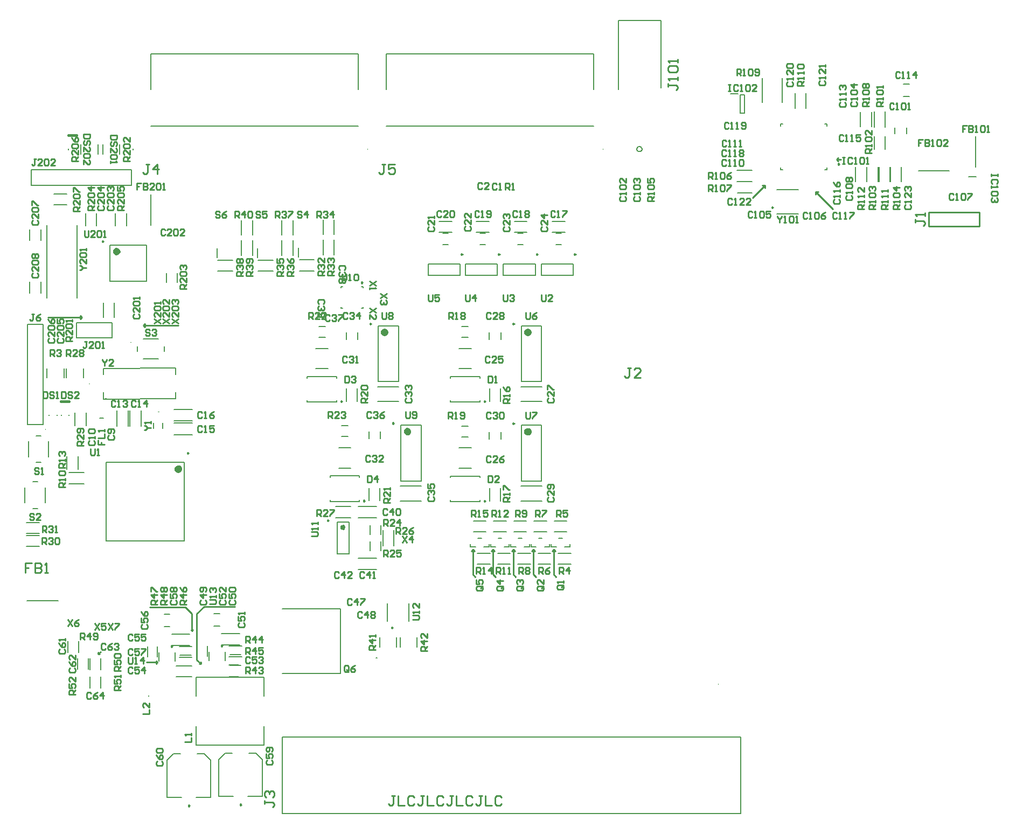
<source format=gto>
G04*
G04 #@! TF.GenerationSoftware,Altium Limited,Altium Designer,23.7.1 (13)*
G04*
G04 Layer_Color=65535*
%FSLAX25Y25*%
%MOIN*%
G70*
G04*
G04 #@! TF.SameCoordinates,3671DF12-B1F1-4326-BA21-4D3E62DEF6AE*
G04*
G04*
G04 #@! TF.FilePolarity,Positive*
G04*
G01*
G75*
%ADD10C,0.00984*%
%ADD11C,0.02362*%
%ADD12C,0.00787*%
%ADD13C,0.00394*%
%ADD14C,0.00394*%
%ADD15C,0.01575*%
%ADD16C,0.00787*%
%ADD17C,0.01000*%
D10*
X213094Y328567D02*
X212356Y328993D01*
Y328141D01*
X213094Y328567D01*
X105370Y222921D02*
X104632Y223347D01*
Y222495D01*
X105370Y222921D01*
X126307Y103858D02*
X125569Y104285D01*
Y103432D01*
X126307Y103858D01*
X95445Y103496D02*
X94707Y103922D01*
Y103070D01*
X95445Y103496D01*
X137992Y5398D02*
X137254Y5824D01*
Y4971D01*
X137992Y5398D01*
X105992Y4898D02*
X105254Y5324D01*
Y4471D01*
X105992Y4898D01*
X192043Y181346D02*
X191305Y181773D01*
Y180920D01*
X192043Y181346D01*
X52646Y353984D02*
X51907Y354411D01*
Y353558D01*
X52646Y353984D01*
X231642Y115039D02*
X230904Y115465D01*
Y114613D01*
X231642Y115039D01*
X218248Y302945D02*
X217510Y303371D01*
Y302519D01*
X218248Y302945D01*
X200337Y254935D02*
X199598Y255361D01*
Y254509D01*
X200337Y254935D01*
X306839Y302945D02*
X306100Y303371D01*
Y302519D01*
X306839Y302945D01*
Y241386D02*
X306100Y241812D01*
Y240960D01*
X306839Y241386D01*
X288927Y254935D02*
X288189Y255361D01*
Y254509D01*
X288927Y254935D01*
X232313Y241445D02*
X231575Y241871D01*
Y241019D01*
X232313Y241445D01*
X288927Y193376D02*
X288189Y193802D01*
Y192950D01*
X288927Y193376D01*
X214402Y193435D02*
X213663Y193861D01*
Y193009D01*
X214402Y193435D01*
X297839Y345949D02*
X297100Y346375D01*
Y345523D01*
X297839Y345949D01*
X344839D02*
X344100Y346375D01*
Y345523D01*
X344839Y345949D01*
X321339D02*
X320600Y346375D01*
Y345523D01*
X321339Y345949D01*
X274839D02*
X274100Y346375D01*
Y345523D01*
X274839Y345949D01*
X508047Y401772D02*
X507309Y402198D01*
Y401345D01*
X508047Y401772D01*
X467142Y375055D02*
X466403Y375481D01*
Y374629D01*
X467142Y375055D01*
D11*
X99957Y213276D02*
X99512Y214199D01*
X98513Y214427D01*
X97711Y213788D01*
Y212763D01*
X98513Y212124D01*
X99512Y212352D01*
X99957Y213276D01*
X61898Y347783D02*
X61453Y348707D01*
X60454Y348935D01*
X59652Y348296D01*
Y347271D01*
X60454Y346632D01*
X61453Y346860D01*
X61898Y347783D01*
X227697Y297886D02*
X227252Y298809D01*
X226253Y299037D01*
X225452Y298398D01*
Y297373D01*
X226253Y296734D01*
X227252Y296962D01*
X227697Y297886D01*
X316287D02*
X315843Y298809D01*
X314844Y299037D01*
X314042Y298398D01*
Y297373D01*
X314844Y296734D01*
X315843Y296962D01*
X316287Y297886D01*
Y236327D02*
X315843Y237250D01*
X314844Y237478D01*
X314042Y236839D01*
Y235814D01*
X314844Y235175D01*
X315843Y235403D01*
X316287Y236327D01*
X241762Y236386D02*
X241317Y237309D01*
X240318Y237537D01*
X239517Y236898D01*
Y235873D01*
X240318Y235234D01*
X241317Y235462D01*
X241762Y236386D01*
D12*
X80721Y72500D02*
D03*
D13*
X25240Y252602D02*
D03*
X72240Y417102D02*
D03*
D14*
X16732Y238098D02*
Y237705D01*
Y238098D01*
X14665Y209205D02*
Y209598D01*
Y209205D01*
X86894Y248661D02*
X86500D01*
X86894D01*
X361811Y411024D02*
Y411417D01*
Y411024D01*
X216142D02*
Y411417D01*
Y411024D01*
X69402Y291732D02*
X69795D01*
X69402D01*
X43898Y266000D02*
X43504D01*
X43898D01*
X432874Y80315D02*
Y79921D01*
Y80315D01*
D15*
X201394Y177193D02*
X200850Y177942D01*
X199969Y177656D01*
Y176730D01*
X200850Y176444D01*
X201394Y177193D01*
X26500Y255000D02*
X31500D01*
X31000Y419500D02*
X36000D01*
D16*
X221954Y96315D02*
X221306D01*
X221954D01*
X385871Y411055D02*
X385569Y411983D01*
X384779Y412557D01*
X383803D01*
X383014Y411983D01*
X382712Y411055D01*
X383014Y410127D01*
X383803Y409553D01*
X384779D01*
X385569Y410127D01*
X385871Y411055D01*
X212405Y326008D02*
X213193D01*
Y325220D02*
Y326008D01*
Y312622D02*
Y313409D01*
X212405Y312622D02*
X213193D01*
X199807D02*
X200594D01*
X199807D02*
Y313409D01*
Y326008D02*
X200594D01*
X199807Y325220D02*
Y326008D01*
X54287Y168787D02*
Y217213D01*
X102713Y168787D02*
Y217213D01*
X54287Y168787D02*
X102713D01*
X54287Y217213D02*
X102713D01*
X44272Y89123D02*
Y96013D01*
X50976Y89144D02*
Y96034D01*
X44272Y77623D02*
Y84513D01*
X50976Y77644D02*
Y84534D01*
X36772Y89155D02*
Y96044D01*
X43476Y89176D02*
Y96065D01*
X37488Y99803D02*
Y106693D01*
X30784Y99782D02*
Y106672D01*
X116913Y97213D02*
Y103512D01*
X110811Y97213D02*
Y103512D01*
X130410Y92004D02*
X136315D01*
X130410Y84720D02*
X136315D01*
X130896Y98220D02*
X137786D01*
X130917Y91516D02*
X137807D01*
X130401Y103709D02*
X138323D01*
X130401Y97016D02*
X138323D01*
X117842Y94803D02*
Y99921D01*
X127882Y94803D02*
Y99921D01*
X121097Y116110D02*
X124628D01*
X121097Y123615D02*
X124628D01*
X125827Y104295D02*
X136898D01*
X125827Y111429D02*
X136898D01*
X90234Y115748D02*
X93766D01*
X90234Y123252D02*
X93766D01*
X100034Y97858D02*
X106924D01*
X100055Y91154D02*
X106945D01*
X97752Y84630D02*
X107248D01*
X97752Y91370D02*
X107248D01*
X86980Y94441D02*
Y99559D01*
X97020Y94441D02*
Y99559D01*
X99539Y103347D02*
X107461D01*
X99539Y96653D02*
X107461D01*
X86051Y96850D02*
Y103150D01*
X79949Y96850D02*
Y103150D01*
X94964Y103933D02*
X106036D01*
X94964Y111067D02*
X106036D01*
X151984Y72614D02*
Y84425D01*
X109858Y72614D02*
Y84425D01*
X151984D01*
Y42299D02*
Y54110D01*
X109858Y42299D02*
Y54110D01*
Y42299D02*
X151984D01*
X124114Y33449D02*
X128051Y37386D01*
X146949D02*
X150886Y33449D01*
X142618Y37386D02*
X146949D01*
X128051D02*
X132382D01*
X124114Y10614D02*
Y33449D01*
X150886Y10614D02*
Y33449D01*
X124114Y10614D02*
X132874D01*
X142126D02*
X150886D01*
X92114Y32949D02*
X96051Y36886D01*
X114949D02*
X118886Y32949D01*
X110618Y36886D02*
X114949D01*
X96051D02*
X100382D01*
X92114Y10114D02*
Y32949D01*
X118886Y10114D02*
Y32949D01*
X92114Y10114D02*
X100874D01*
X110126D02*
X118886D01*
X587937Y393831D02*
X592661D01*
X36847Y213039D02*
Y220961D01*
X30154Y213039D02*
Y220961D01*
X31428Y204031D02*
X40572D01*
X31428Y210969D02*
X40572D01*
X26539Y246299D02*
Y246701D01*
X31461Y246299D02*
Y246701D01*
X18941Y246303D02*
Y246697D01*
X24059Y246303D02*
Y246697D01*
X28248Y269646D02*
Y275354D01*
X17815Y269646D02*
Y275354D01*
X40248Y269646D02*
Y275354D01*
X29815Y269646D02*
Y275354D01*
X10925Y233768D02*
X14075D01*
X6201Y220776D02*
Y230224D01*
X10925Y217232D02*
X14075D01*
X18799Y220776D02*
Y230224D01*
X5039Y171846D02*
X12961D01*
X5039Y165154D02*
X12961D01*
X16732Y192276D02*
Y201724D01*
X8858Y188732D02*
X12008D01*
X4134Y192276D02*
Y201724D01*
X8858Y205268D02*
X12008D01*
X5039Y179847D02*
X12961D01*
X5039Y173153D02*
X12961D01*
X197457Y160658D02*
Y180342D01*
X204543Y160658D02*
Y180342D01*
X197457D02*
X204543D01*
X197457Y160658D02*
X204543D01*
X196428Y189969D02*
X205572D01*
X196428Y183031D02*
X205572D01*
X232370Y165752D02*
Y175248D01*
X225630Y165752D02*
Y175248D01*
X217653Y162547D02*
Y168453D01*
X224346Y162547D02*
Y168453D01*
Y172547D02*
Y178453D01*
X217653Y172547D02*
Y178453D01*
X210464Y158067D02*
X221536D01*
X210464Y150933D02*
X221536D01*
X210464Y190067D02*
X221536D01*
X210464Y182933D02*
X221536D01*
X5756Y240496D02*
Y302504D01*
X15244D01*
Y240496D02*
Y302504D01*
X5756Y240496D02*
X15244D01*
X50319Y244500D02*
X52681D01*
X35153Y240039D02*
Y247961D01*
X41846Y240039D02*
Y247961D01*
X67870Y239752D02*
Y249248D01*
X61130Y239752D02*
Y249248D01*
X69130Y239752D02*
Y249248D01*
X75870Y239752D02*
Y249248D01*
X83547Y238425D02*
Y241575D01*
X89453Y238425D02*
Y241575D01*
X96464Y234433D02*
X107536D01*
X96464Y241567D02*
X107536D01*
X96464Y242933D02*
X107536D01*
X96464Y250067D02*
X107536D01*
X227559Y425197D02*
X355906D01*
X227559Y448032D02*
Y469917D01*
X355906D01*
Y448032D02*
Y469917D01*
X81890Y425197D02*
X210236D01*
X81890Y448032D02*
Y469917D01*
X210236D01*
Y448032D02*
Y469917D01*
X91654Y328547D02*
Y334453D01*
X98347Y328547D02*
Y334453D01*
X82000Y363854D02*
Y383146D01*
X65941Y410803D02*
Y411197D01*
X71059Y410803D02*
Y411197D01*
X62717Y408146D02*
Y413854D01*
X52284Y408146D02*
Y413854D01*
X49216Y408146D02*
Y413854D01*
X38783Y408146D02*
Y413854D01*
X35961Y410799D02*
Y411201D01*
X31039Y410799D02*
Y411201D01*
X7996Y388756D02*
X70004D01*
X7996D02*
Y398244D01*
X70004D01*
Y388756D02*
Y398244D01*
X22039Y376654D02*
X29961D01*
X22039Y383347D02*
X29961D01*
X66847Y363539D02*
Y371461D01*
X60154Y363539D02*
Y371461D01*
X48346Y363539D02*
Y371461D01*
X41653Y363539D02*
Y371461D01*
X56779Y329279D02*
X79220D01*
X56779Y351720D02*
X79220D01*
Y329279D02*
Y351720D01*
X56779Y329279D02*
Y351720D01*
X36252Y319059D02*
Y363941D01*
X17748Y319059D02*
Y363941D01*
X7153Y322055D02*
Y328945D01*
X13858Y322076D02*
Y328966D01*
Y354555D02*
Y361445D01*
X7153Y354534D02*
Y361424D01*
X58004Y294256D02*
Y303744D01*
X35996Y294256D02*
X58004D01*
X35996D02*
Y303744D01*
X58004D01*
X52531Y306928D02*
Y316072D01*
X59469Y306928D02*
Y316072D01*
X73732Y285925D02*
Y289075D01*
X77276Y281201D02*
X86724D01*
X90268Y285925D02*
Y289075D01*
X77276Y293799D02*
X86724D01*
X97441Y271512D02*
Y275646D01*
X52559Y275449D02*
X97441Y275646D01*
X52559Y271512D02*
Y275449D01*
Y256354D02*
X54528Y256551D01*
X52559Y256354D02*
Y260488D01*
X97441Y256551D02*
Y260488D01*
X52559Y256354D02*
X97441Y256551D01*
X163307Y126500D02*
X199331D01*
Y86500D02*
Y126500D01*
X163307Y86500D02*
X199331D01*
X163189Y0D02*
Y47244D01*
X447047Y0D02*
Y47244D01*
X163189Y0D02*
X447047D01*
X163189Y47244D02*
X447047D01*
X228197Y118988D02*
Y130012D01*
X241583Y118988D02*
Y130012D01*
X223673Y103146D02*
Y108854D01*
X234106Y103146D02*
Y108854D01*
X236173Y103146D02*
Y108854D01*
X246606Y103146D02*
Y108854D01*
X173398Y344333D02*
Y349845D01*
X147898Y344083D02*
Y349594D01*
X195469Y345678D02*
Y354822D01*
X188531Y345678D02*
Y354822D01*
X173928Y342719D02*
X183072D01*
X173928Y335781D02*
X183072D01*
X169969Y345428D02*
Y354572D01*
X163031Y345428D02*
Y354572D01*
X195469Y358178D02*
Y367322D01*
X188531Y358178D02*
Y367322D01*
X169969Y357928D02*
Y367072D01*
X163031Y357928D02*
Y367072D01*
X148428Y342469D02*
X157572D01*
X148428Y335531D02*
X157572D01*
X123428Y342469D02*
X132572D01*
X123428Y335531D02*
X132572D01*
X144969Y345428D02*
Y354572D01*
X138031Y345428D02*
Y354572D01*
X122898Y344083D02*
Y349594D01*
X144969Y357928D02*
Y367072D01*
X138031Y357928D02*
Y367072D01*
X331508Y181002D02*
X339429D01*
X331508Y174309D02*
X339429D01*
X319008Y181002D02*
X326929D01*
X319008Y174309D02*
X326929D01*
X306508Y181002D02*
X314429D01*
X306508Y174309D02*
X314429D01*
X341177Y165097D02*
Y166762D01*
X329760Y165097D02*
X332854D01*
X338083D02*
X341177D01*
X329760D02*
Y166762D01*
X334343Y170215D02*
X336595D01*
X334008Y161002D02*
X341929D01*
X334008Y154309D02*
X341929D01*
X328677Y165097D02*
Y166762D01*
X317260Y165097D02*
X320354D01*
X325583D02*
X328677D01*
X317260D02*
Y166762D01*
X321843Y170215D02*
X324095D01*
X321508Y161002D02*
X329429D01*
X321508Y154309D02*
X329429D01*
X309008Y161002D02*
X316929D01*
X309008Y154309D02*
X316929D01*
X294008Y181002D02*
X301929D01*
X294008Y174309D02*
X301929D01*
X316177Y165097D02*
Y166762D01*
X304760Y165097D02*
X307854D01*
X313083D02*
X316177D01*
X304760D02*
Y166762D01*
X309343Y170215D02*
X311595D01*
X296508Y161002D02*
X304429D01*
X296508Y154309D02*
X304429D01*
X281508Y181002D02*
X289429D01*
X281508Y174309D02*
X289429D01*
X303677Y165097D02*
Y166762D01*
X292260Y165097D02*
X295354D01*
X300583D02*
X303677D01*
X292260D02*
Y166762D01*
X296843Y170215D02*
X299095D01*
X284008Y161002D02*
X291929D01*
X284008Y154309D02*
X291929D01*
X291177Y165097D02*
Y166762D01*
X279760Y165097D02*
X282854D01*
X288083D02*
X291177D01*
X279760D02*
Y166762D01*
X284343Y170215D02*
X286595D01*
X5354Y131500D02*
X24646D01*
X222579Y267276D02*
Y301724D01*
X235177Y267276D02*
Y301724D01*
X222579D02*
X235177D01*
X222579Y267276D02*
X235177D01*
X203031Y255039D02*
Y262961D01*
X209724Y255039D02*
Y262961D01*
X185909Y294654D02*
X189847D01*
X185909Y301346D02*
X189847D01*
X202835Y293335D02*
Y297665D01*
X209921Y293335D02*
Y297665D01*
X222370Y254862D02*
X235386D01*
X222370Y264138D02*
X235386D01*
X178823Y254626D02*
X196933D01*
X178823Y270374D02*
X196933D01*
Y254626D02*
Y255526D01*
X178823Y254626D02*
Y255526D01*
X196933Y269474D02*
Y270374D01*
X178823Y269474D02*
Y270374D01*
X184138Y275201D02*
X191618D01*
X184138Y287799D02*
X191618D01*
X311169Y267276D02*
X323768D01*
X311169Y301724D02*
X323768D01*
Y267276D02*
Y301724D01*
X311169Y267276D02*
Y301724D01*
X298512Y293335D02*
Y297665D01*
X291425Y293335D02*
Y297665D01*
X311169Y205716D02*
X323768D01*
X311169Y240165D02*
X323768D01*
Y205716D02*
Y240165D01*
X311169Y205716D02*
Y240165D01*
X272728Y287799D02*
X280209D01*
X272728Y275201D02*
X280209D01*
X274500Y301346D02*
X278437D01*
X274500Y294654D02*
X278437D01*
X310960Y264138D02*
X323977D01*
X310960Y254862D02*
X323977D01*
X298315Y255039D02*
Y262961D01*
X291622Y255039D02*
Y262961D01*
X267413Y269474D02*
Y270374D01*
X285524Y269474D02*
Y270374D01*
X267413Y254626D02*
Y255526D01*
X285524Y254626D02*
Y255526D01*
X267413Y270374D02*
X285524D01*
X267413Y254626D02*
X285524D01*
X274500Y239787D02*
X278437D01*
X274500Y233095D02*
X278437D01*
X298512Y231776D02*
Y236106D01*
X291425Y231776D02*
Y236106D01*
X236644Y205775D02*
Y240224D01*
X249242Y205775D02*
Y240224D01*
X236644D02*
X249242D01*
X236644Y205775D02*
X249242D01*
X310960Y202579D02*
X323977D01*
X310960Y193303D02*
X323977D01*
X298315Y193480D02*
Y201402D01*
X291622Y193480D02*
Y201402D01*
X272728Y226240D02*
X280209D01*
X272728Y213642D02*
X280209D01*
X267413Y207915D02*
Y208815D01*
X285524Y207915D02*
Y208815D01*
X267413Y193067D02*
Y193966D01*
X285524Y193067D02*
Y193966D01*
X267413Y208815D02*
X285524D01*
X267413Y193067D02*
X285524D01*
X236435Y193362D02*
X249451D01*
X236435Y202638D02*
X249451D01*
X198203Y213701D02*
X205683D01*
X198203Y226299D02*
X205683D01*
X192888Y193126D02*
X210998D01*
X192888Y208874D02*
X210998D01*
Y193126D02*
Y194026D01*
X192888Y193126D02*
Y194026D01*
X210998Y207974D02*
Y208874D01*
X192888Y207974D02*
Y208874D01*
X199974Y233154D02*
X203911D01*
X199974Y239846D02*
X203911D01*
X216900Y231835D02*
Y236165D01*
X223986Y231835D02*
Y236165D01*
X217096Y193539D02*
Y201461D01*
X223789Y193539D02*
Y201461D01*
X276658Y332957D02*
Y340043D01*
X296342Y332957D02*
Y340043D01*
X276658Y332957D02*
X296342D01*
X276658Y340043D02*
X296342D01*
X332629Y358961D02*
X335965D01*
X332629Y352039D02*
X335965D01*
X309130Y358961D02*
X312465D01*
X309130Y352039D02*
X312465D01*
X285630Y358961D02*
X288965D01*
X285630Y352039D02*
X288965D01*
X262630Y358961D02*
X265965D01*
X262630Y352039D02*
X265965D01*
X330336Y366347D02*
X338258D01*
X330336Y359653D02*
X338258D01*
X306836Y366347D02*
X314758D01*
X306836Y359653D02*
X314758D01*
X283336Y366347D02*
X291258D01*
X283336Y359653D02*
X291258D01*
X260336Y366347D02*
X268258D01*
X260336Y359653D02*
X268258D01*
X323657Y332957D02*
Y340043D01*
X343342Y332957D02*
Y340043D01*
X323657Y332957D02*
X343342D01*
X323657Y340043D02*
X343342D01*
X300157Y332957D02*
Y340043D01*
X319843Y332957D02*
Y340043D01*
X300157Y332957D02*
X319843D01*
X300157Y340043D02*
X319843D01*
X253658Y332957D02*
Y340043D01*
X273342Y332957D02*
Y340043D01*
X253658Y332957D02*
X273342D01*
X253658Y340043D02*
X273342D01*
X547734Y451252D02*
X551266D01*
X547734Y443748D02*
X551266D01*
X592500Y399854D02*
Y419146D01*
X556854Y397500D02*
X576146D01*
X371457Y448004D02*
Y490748D01*
X397638Y448858D02*
Y490748D01*
X371457D02*
X397638D01*
X524969Y390928D02*
Y400072D01*
X518031Y390928D02*
Y400072D01*
X539531Y390928D02*
Y400072D01*
X546469Y390928D02*
Y400072D01*
X525031Y390928D02*
Y400072D01*
X531969Y390928D02*
Y400072D01*
X539469Y390928D02*
Y400072D01*
X532531Y390928D02*
Y400072D01*
X521031Y424928D02*
Y434072D01*
X527969Y424928D02*
Y434072D01*
X480531Y436428D02*
Y445572D01*
X487469Y436428D02*
Y445572D01*
X472701Y440125D02*
Y454875D01*
X460299Y440125D02*
Y454875D01*
X444928Y384031D02*
X454072D01*
X444928Y390969D02*
X454072D01*
X444800Y391031D02*
X453943D01*
X444800Y397969D02*
X453943D01*
X529630Y424752D02*
Y434248D01*
X536370Y424752D02*
Y434248D01*
X536346Y411039D02*
Y418961D01*
X529654Y411039D02*
Y418961D01*
X542248Y420734D02*
Y424266D01*
X549752Y420734D02*
Y424266D01*
X500173Y398327D02*
Y399606D01*
Y425394D02*
Y426673D01*
X471827D02*
X473106D01*
X498894D02*
X500173D01*
X471827Y398327D02*
Y399606D01*
Y425394D02*
Y426673D01*
Y398327D02*
X473106D01*
X498894D02*
X500173D01*
X440717Y445201D02*
X445441D01*
X446819Y433244D02*
Y444756D01*
Y433244D02*
X449181D01*
Y444756D01*
X446819D02*
X449181D01*
X469307Y385882D02*
X482693D01*
X469307Y371118D02*
X482693D01*
D17*
X49364Y98636D02*
Y99636D01*
X50500Y98500D01*
X49500D02*
X50500D01*
X49500D02*
X51000Y100000D01*
X112000Y92500D02*
X113000D01*
X112000D02*
X113000Y93500D01*
Y92500D02*
Y93500D01*
X110500Y95000D02*
X113000Y92500D01*
X110500Y95000D02*
Y123500D01*
X115000Y128000D01*
X134000D01*
X107500Y113000D02*
Y123500D01*
X103500Y127500D02*
X107500Y123500D01*
X107000Y113500D02*
X107500Y113000D01*
X108000Y113500D01*
X107000D02*
X108000D01*
X81500Y127500D02*
X103500D01*
X85283Y92783D02*
X86000Y93500D01*
X85283Y92783D02*
Y94217D01*
X86000Y93500D01*
X79500D02*
X86000D01*
X77500Y302000D02*
X78500Y301000D01*
Y303000D01*
X77500Y302000D02*
X78500Y303000D01*
X77500Y302000D02*
X99000D01*
X38500Y306000D02*
X39500Y307000D01*
X38500Y306000D02*
Y308000D01*
X39500Y307000D01*
X18500D02*
X39500D01*
X331307Y147932D02*
Y163432D01*
Y147932D02*
X332807Y146432D01*
X330307Y162432D02*
X331307Y163432D01*
X332307Y162432D01*
X318807Y147932D02*
Y163432D01*
Y147932D02*
X320307Y146432D01*
X317807Y162432D02*
X318807Y163432D01*
X319807Y162432D01*
X306307Y147932D02*
Y163432D01*
Y147932D02*
X307807Y146432D01*
X305307Y162432D02*
X306307Y163432D01*
X307307Y162432D01*
X293807Y147932D02*
Y163432D01*
Y147932D02*
X295307Y146432D01*
X292807Y162432D02*
X293807Y163432D01*
X294807Y162432D01*
X281307Y163432D02*
X282307Y162432D01*
X280307D02*
X281307Y163432D01*
Y147932D02*
X282807Y146432D01*
X281307Y147932D02*
Y163432D01*
X460500Y388500D02*
X462000D01*
Y387000D02*
Y388500D01*
X454500Y381000D02*
X462000Y388500D01*
X493500Y384500D02*
X495000D01*
X493500Y383000D02*
Y384500D01*
X504000Y374000D01*
X506500Y404500D02*
X507500Y403500D01*
X506500Y404500D02*
X507500Y405500D01*
X506500Y404500D02*
X509000D01*
X563189Y363276D02*
X594685D01*
X563189Y371843D02*
X594685D01*
Y363276D02*
Y371843D01*
X563189Y363276D02*
Y371843D01*
X232999Y10998D02*
X230999D01*
X231999D01*
Y6000D01*
X230999Y5000D01*
X230000D01*
X229000Y6000D01*
X234998Y10998D02*
Y5000D01*
X238997D01*
X244995Y9998D02*
X243995Y10998D01*
X241996D01*
X240996Y9998D01*
Y6000D01*
X241996Y5000D01*
X243995D01*
X244995Y6000D01*
X250993Y10998D02*
X248993D01*
X249993D01*
Y6000D01*
X248993Y5000D01*
X247994D01*
X246994Y6000D01*
X252992Y10998D02*
Y5000D01*
X256991D01*
X262989Y9998D02*
X261989Y10998D01*
X259990D01*
X258990Y9998D01*
Y6000D01*
X259990Y5000D01*
X261989D01*
X262989Y6000D01*
X268987Y10998D02*
X266988D01*
X267987D01*
Y6000D01*
X266988Y5000D01*
X265988D01*
X264988Y6000D01*
X270986Y10998D02*
Y5000D01*
X274985D01*
X280983Y9998D02*
X279983Y10998D01*
X277984D01*
X276985Y9998D01*
Y6000D01*
X277984Y5000D01*
X279983D01*
X280983Y6000D01*
X286981Y10998D02*
X284982D01*
X285982D01*
Y6000D01*
X284982Y5000D01*
X283982D01*
X282982Y6000D01*
X288981Y10998D02*
Y5000D01*
X292979D01*
X298977Y9998D02*
X297978Y10998D01*
X295978D01*
X294979Y9998D01*
Y6000D01*
X295978Y5000D01*
X297978D01*
X298977Y6000D01*
X55798Y117588D02*
X58464Y113590D01*
Y117588D02*
X55798Y113590D01*
X59796Y117588D02*
X62462D01*
Y116922D01*
X59796Y114256D01*
Y113590D01*
X30798Y120088D02*
X33463Y116090D01*
Y120088D02*
X30798Y116090D01*
X37462Y120088D02*
X36129Y119422D01*
X34796Y118089D01*
Y116756D01*
X35463Y116090D01*
X36796D01*
X37462Y116756D01*
Y117423D01*
X36796Y118089D01*
X34796D01*
X47298Y117588D02*
X49964Y113590D01*
Y117588D02*
X47298Y113590D01*
X53962Y117588D02*
X51296D01*
Y115589D01*
X52629Y116255D01*
X53296D01*
X53962Y115589D01*
Y114256D01*
X53296Y113590D01*
X51963D01*
X51296Y114256D01*
X35499Y73668D02*
X31501D01*
Y75668D01*
X32167Y76334D01*
X33500D01*
X34166Y75668D01*
Y73668D01*
Y75001D02*
X35499Y76334D01*
X31501Y80333D02*
Y77667D01*
X33500D01*
X32834Y79000D01*
Y79666D01*
X33500Y80333D01*
X34833D01*
X35499Y79666D01*
Y78334D01*
X34833Y77667D01*
X35499Y84332D02*
Y81666D01*
X32834Y84332D01*
X32167D01*
X31501Y83665D01*
Y82332D01*
X32167Y81666D01*
X63499Y76335D02*
X59501D01*
Y78334D01*
X60167Y79001D01*
X61500D01*
X62166Y78334D01*
Y76335D01*
Y77668D02*
X63499Y79001D01*
X59501Y82999D02*
Y80334D01*
X61500D01*
X60834Y81666D01*
Y82333D01*
X61500Y82999D01*
X62833D01*
X63499Y82333D01*
Y81000D01*
X62833Y80334D01*
X63499Y84332D02*
Y85665D01*
Y84999D01*
X59501D01*
X60167Y84332D01*
X63499Y88168D02*
X59501D01*
Y90168D01*
X60167Y90834D01*
X61500D01*
X62166Y90168D01*
Y88168D01*
Y89501D02*
X63499Y90834D01*
X59501Y94833D02*
Y92167D01*
X61500D01*
X60834Y93500D01*
Y94166D01*
X61500Y94833D01*
X62833D01*
X63499Y94166D01*
Y92834D01*
X62833Y92167D01*
X60167Y96166D02*
X59501Y96832D01*
Y98165D01*
X60167Y98832D01*
X62833D01*
X63499Y98165D01*
Y96832D01*
X62833Y96166D01*
X60167D01*
X38298Y107590D02*
Y111588D01*
X40298D01*
X40964Y110922D01*
Y109589D01*
X40298Y108923D01*
X38298D01*
X39631D02*
X40964Y107590D01*
X44296D02*
Y111588D01*
X42297Y109589D01*
X44963D01*
X46296Y108256D02*
X46962Y107590D01*
X48295D01*
X48961Y108256D01*
Y110922D01*
X48295Y111588D01*
X46962D01*
X46296Y110922D01*
Y110256D01*
X46962Y109589D01*
X48961D01*
X44964Y74422D02*
X44298Y75088D01*
X42965D01*
X42298Y74422D01*
Y71756D01*
X42965Y71090D01*
X44298D01*
X44964Y71756D01*
X48963Y75088D02*
X47630Y74422D01*
X46297Y73089D01*
Y71756D01*
X46964Y71090D01*
X48296D01*
X48963Y71756D01*
Y72423D01*
X48296Y73089D01*
X46297D01*
X52295Y71090D02*
Y75088D01*
X50296Y73089D01*
X52961D01*
X53964Y104612D02*
X53298Y105279D01*
X51965D01*
X51298Y104612D01*
Y101946D01*
X51965Y101280D01*
X53298D01*
X53964Y101946D01*
X57963Y105279D02*
X56630Y104612D01*
X55297Y103279D01*
Y101946D01*
X55963Y101280D01*
X57296D01*
X57963Y101946D01*
Y102613D01*
X57296Y103279D01*
X55297D01*
X59296Y104612D02*
X59962Y105279D01*
X61295D01*
X61962Y104612D01*
Y103946D01*
X61295Y103279D01*
X60629D01*
X61295D01*
X61962Y102613D01*
Y101946D01*
X61295Y101280D01*
X59962D01*
X59296Y101946D01*
X32167Y89834D02*
X31501Y89168D01*
Y87835D01*
X32167Y87168D01*
X34833D01*
X35499Y87835D01*
Y89168D01*
X34833Y89834D01*
X31501Y93833D02*
X32167Y92500D01*
X33500Y91167D01*
X34833D01*
X35499Y91834D01*
Y93166D01*
X34833Y93833D01*
X34166D01*
X33500Y93166D01*
Y91167D01*
X35499Y97832D02*
Y95166D01*
X32834Y97832D01*
X32167D01*
X31501Y97165D01*
Y95832D01*
X32167Y95166D01*
X25797Y101590D02*
X25131Y100923D01*
Y99590D01*
X25797Y98924D01*
X28463D01*
X29129Y99590D01*
Y100923D01*
X28463Y101590D01*
X25131Y105588D02*
X25797Y104255D01*
X27130Y102923D01*
X28463D01*
X29129Y103589D01*
Y104922D01*
X28463Y105588D01*
X27796D01*
X27130Y104922D01*
Y102923D01*
X29129Y106921D02*
Y108254D01*
Y107588D01*
X25131D01*
X25797Y106921D01*
X86167Y32334D02*
X85501Y31668D01*
Y30335D01*
X86167Y29668D01*
X88833D01*
X89499Y30335D01*
Y31668D01*
X88833Y32334D01*
X85501Y36333D02*
X86167Y35000D01*
X87500Y33667D01*
X88833D01*
X89499Y34334D01*
Y35666D01*
X88833Y36333D01*
X88166D01*
X87500Y35666D01*
Y33667D01*
X86167Y37666D02*
X85501Y38332D01*
Y39665D01*
X86167Y40332D01*
X88833D01*
X89499Y39665D01*
Y38332D01*
X88833Y37666D01*
X86167D01*
X154167Y32834D02*
X153501Y32168D01*
Y30835D01*
X154167Y30168D01*
X156833D01*
X157499Y30835D01*
Y32168D01*
X156833Y32834D01*
X153501Y36833D02*
Y34167D01*
X155500D01*
X154833Y35500D01*
Y36167D01*
X155500Y36833D01*
X156833D01*
X157499Y36167D01*
Y34834D01*
X156833Y34167D01*
Y38166D02*
X157499Y38832D01*
Y40165D01*
X156833Y40832D01*
X154167D01*
X153501Y40165D01*
Y38832D01*
X154167Y38166D01*
X154833D01*
X155500Y38832D01*
Y40832D01*
X68002Y96499D02*
Y93167D01*
X68668Y92501D01*
X70001D01*
X70667Y93167D01*
Y96499D01*
X72000Y92501D02*
X73333D01*
X72667D01*
Y96499D01*
X72000Y95833D01*
X77332Y92501D02*
Y96499D01*
X75333Y94500D01*
X77998D01*
X118501Y129502D02*
X121833D01*
X122499Y130168D01*
Y131501D01*
X121833Y132167D01*
X118501D01*
X122499Y133500D02*
Y134833D01*
Y134167D01*
X118501D01*
X119167Y133500D01*
Y136833D02*
X118501Y137499D01*
Y138832D01*
X119167Y139498D01*
X119834D01*
X120500Y138832D01*
Y138165D01*
Y138832D01*
X121167Y139498D01*
X121833D01*
X122499Y138832D01*
Y137499D01*
X121833Y136833D01*
X91999Y129168D02*
X88001D01*
Y131168D01*
X88667Y131834D01*
X90000D01*
X90666Y131168D01*
Y129168D01*
Y130501D02*
X91999Y131834D01*
Y135167D02*
X88001D01*
X90000Y133167D01*
Y135833D01*
X88667Y137166D02*
X88001Y137832D01*
Y139165D01*
X88667Y139832D01*
X89333D01*
X90000Y139165D01*
X90666Y139832D01*
X91333D01*
X91999Y139165D01*
Y137832D01*
X91333Y137166D01*
X90666D01*
X90000Y137832D01*
X89333Y137166D01*
X88667D01*
X90000Y137832D02*
Y139165D01*
X85999Y129168D02*
X82001D01*
Y131168D01*
X82667Y131834D01*
X84000D01*
X84666Y131168D01*
Y129168D01*
Y130501D02*
X85999Y131834D01*
Y135167D02*
X82001D01*
X84000Y133167D01*
Y135833D01*
X82001Y137166D02*
Y139832D01*
X82667D01*
X85333Y137166D01*
X85999D01*
X103999Y129168D02*
X100001D01*
Y131168D01*
X100667Y131834D01*
X102000D01*
X102666Y131168D01*
Y129168D01*
Y130501D02*
X103999Y131834D01*
Y135167D02*
X100001D01*
X102000Y133167D01*
Y135833D01*
X100001Y139832D02*
X100667Y138499D01*
X102000Y137166D01*
X103333D01*
X103999Y137832D01*
Y139165D01*
X103333Y139832D01*
X102666D01*
X102000Y139165D01*
Y137166D01*
X140668Y98501D02*
Y102499D01*
X142668D01*
X143334Y101833D01*
Y100500D01*
X142668Y99834D01*
X140668D01*
X142001D02*
X143334Y98501D01*
X146667D02*
Y102499D01*
X144667Y100500D01*
X147333D01*
X151332Y102499D02*
X148666D01*
Y100500D01*
X149999Y101166D01*
X150665D01*
X151332Y100500D01*
Y99167D01*
X150665Y98501D01*
X149332D01*
X148666Y99167D01*
X140668Y105501D02*
Y109499D01*
X142668D01*
X143334Y108833D01*
Y107500D01*
X142668Y106834D01*
X140668D01*
X142001D02*
X143334Y105501D01*
X146667D02*
Y109499D01*
X144667Y107500D01*
X147333D01*
X150665Y105501D02*
Y109499D01*
X148666Y107500D01*
X151332D01*
X140668Y86501D02*
Y90499D01*
X142668D01*
X143334Y89833D01*
Y88500D01*
X142668Y87834D01*
X140668D01*
X142001D02*
X143334Y86501D01*
X146667D02*
Y90499D01*
X144667Y88500D01*
X147333D01*
X148666Y89833D02*
X149332Y90499D01*
X150665D01*
X151332Y89833D01*
Y89166D01*
X150665Y88500D01*
X149999D01*
X150665D01*
X151332Y87834D01*
Y87167D01*
X150665Y86501D01*
X149332D01*
X148666Y87167D01*
X77001Y61668D02*
X80999D01*
Y64334D01*
Y68332D02*
Y65667D01*
X78334Y68332D01*
X77667D01*
X77001Y67666D01*
Y66333D01*
X77667Y65667D01*
X103001Y44334D02*
X106999D01*
Y47000D01*
Y48333D02*
Y49666D01*
Y48999D01*
X103001D01*
X103667Y48333D01*
X94667Y131834D02*
X94001Y131168D01*
Y129835D01*
X94667Y129168D01*
X97333D01*
X97999Y129835D01*
Y131168D01*
X97333Y131834D01*
X94001Y135833D02*
Y133167D01*
X96000D01*
X95333Y134500D01*
Y135167D01*
X96000Y135833D01*
X97333D01*
X97999Y135167D01*
Y133834D01*
X97333Y133167D01*
X94667Y137166D02*
X94001Y137832D01*
Y139165D01*
X94667Y139832D01*
X95333D01*
X96000Y139165D01*
X96666Y139832D01*
X97333D01*
X97999Y139165D01*
Y137832D01*
X97333Y137166D01*
X96666D01*
X96000Y137832D01*
X95333Y137166D01*
X94667D01*
X96000Y137832D02*
Y139165D01*
X70834Y101333D02*
X70168Y101999D01*
X68835D01*
X68168Y101333D01*
Y98667D01*
X68835Y98001D01*
X70168D01*
X70834Y98667D01*
X74833Y101999D02*
X72167D01*
Y100000D01*
X73500Y100666D01*
X74166D01*
X74833Y100000D01*
Y98667D01*
X74166Y98001D01*
X72834D01*
X72167Y98667D01*
X76166Y101999D02*
X78832D01*
Y101333D01*
X76166Y98667D01*
Y98001D01*
X76667Y116834D02*
X76001Y116168D01*
Y114835D01*
X76667Y114168D01*
X79333D01*
X79999Y114835D01*
Y116168D01*
X79333Y116834D01*
X76001Y120833D02*
Y118167D01*
X78000D01*
X77333Y119500D01*
Y120167D01*
X78000Y120833D01*
X79333D01*
X79999Y120167D01*
Y118834D01*
X79333Y118167D01*
X76001Y124832D02*
X76667Y123499D01*
X78000Y122166D01*
X79333D01*
X79999Y122832D01*
Y124165D01*
X79333Y124832D01*
X78666D01*
X78000Y124165D01*
Y122166D01*
X70834Y110333D02*
X70168Y110999D01*
X68835D01*
X68168Y110333D01*
Y107667D01*
X68835Y107001D01*
X70168D01*
X70834Y107667D01*
X74833Y110999D02*
X72167D01*
Y109000D01*
X73500Y109667D01*
X74166D01*
X74833Y109000D01*
Y107667D01*
X74166Y107001D01*
X72834D01*
X72167Y107667D01*
X78832Y110999D02*
X76166D01*
Y109000D01*
X77499Y109667D01*
X78165D01*
X78832Y109000D01*
Y107667D01*
X78165Y107001D01*
X76832D01*
X76166Y107667D01*
X70834Y89833D02*
X70168Y90499D01*
X68835D01*
X68168Y89833D01*
Y87167D01*
X68835Y86501D01*
X70168D01*
X70834Y87167D01*
X74833Y90499D02*
X72167D01*
Y88500D01*
X73500Y89166D01*
X74166D01*
X74833Y88500D01*
Y87167D01*
X74166Y86501D01*
X72834D01*
X72167Y87167D01*
X78165Y86501D02*
Y90499D01*
X76166Y88500D01*
X78832D01*
X143334Y96333D02*
X142668Y96999D01*
X141335D01*
X140668Y96333D01*
Y93667D01*
X141335Y93001D01*
X142668D01*
X143334Y93667D01*
X147333Y96999D02*
X144667D01*
Y95000D01*
X146000Y95666D01*
X146667D01*
X147333Y95000D01*
Y93667D01*
X146667Y93001D01*
X145334D01*
X144667Y93667D01*
X148666Y96333D02*
X149332Y96999D01*
X150665D01*
X151332Y96333D01*
Y95666D01*
X150665Y95000D01*
X149999D01*
X150665D01*
X151332Y94334D01*
Y93667D01*
X150665Y93001D01*
X149332D01*
X148666Y93667D01*
X125167Y131834D02*
X124501Y131168D01*
Y129835D01*
X125167Y129168D01*
X127833D01*
X128499Y129835D01*
Y131168D01*
X127833Y131834D01*
X124501Y135833D02*
Y133167D01*
X126500D01*
X125833Y134500D01*
Y135167D01*
X126500Y135833D01*
X127833D01*
X128499Y135167D01*
Y133834D01*
X127833Y133167D01*
X128499Y139832D02*
Y137166D01*
X125833Y139832D01*
X125167D01*
X124501Y139165D01*
Y137832D01*
X125167Y137166D01*
X136667Y118001D02*
X136001Y117334D01*
Y116001D01*
X136667Y115335D01*
X139333D01*
X139999Y116001D01*
Y117334D01*
X139333Y118001D01*
X136001Y121999D02*
Y119334D01*
X138000D01*
X137334Y120667D01*
Y121333D01*
X138000Y121999D01*
X139333D01*
X139999Y121333D01*
Y120000D01*
X139333Y119334D01*
X139999Y123332D02*
Y124665D01*
Y123999D01*
X136001D01*
X136667Y123332D01*
X131167Y131834D02*
X130501Y131168D01*
Y129835D01*
X131167Y129168D01*
X133833D01*
X134499Y129835D01*
Y131168D01*
X133833Y131834D01*
X130501Y135833D02*
Y133167D01*
X132500D01*
X131834Y134500D01*
Y135167D01*
X132500Y135833D01*
X133833D01*
X134499Y135167D01*
Y133834D01*
X133833Y133167D01*
X131167Y137166D02*
X130501Y137832D01*
Y139165D01*
X131167Y139832D01*
X133833D01*
X134499Y139165D01*
Y137832D01*
X133833Y137166D01*
X131167D01*
X113167Y131834D02*
X112501Y131168D01*
Y129835D01*
X113167Y129168D01*
X115833D01*
X116499Y129835D01*
Y131168D01*
X115833Y131834D01*
X116499Y135167D02*
X112501D01*
X114500Y133167D01*
Y135833D01*
X115833Y137166D02*
X116499Y137832D01*
Y139165D01*
X115833Y139832D01*
X113167D01*
X112501Y139165D01*
Y137832D01*
X113167Y137166D01*
X113833D01*
X114500Y137832D01*
Y139832D01*
X204333Y88167D02*
Y90833D01*
X203667Y91499D01*
X202334D01*
X201668Y90833D01*
Y88167D01*
X202334Y87501D01*
X203667D01*
X203001Y88834D02*
X204333Y87501D01*
X203667D02*
X204333Y88167D01*
X208332Y91499D02*
X206999Y90833D01*
X205666Y89500D01*
Y88167D01*
X206333Y87501D01*
X207666D01*
X208332Y88167D01*
Y88834D01*
X207666Y89500D01*
X205666D01*
X244001Y120002D02*
X247333D01*
X247999Y120668D01*
Y122001D01*
X247333Y122667D01*
X244001D01*
X247999Y124000D02*
Y125333D01*
Y124667D01*
X244001D01*
X244667Y124000D01*
X247999Y129998D02*
Y127333D01*
X245334Y129998D01*
X244667D01*
X244001Y129332D01*
Y127999D01*
X244667Y127333D01*
X252999Y100668D02*
X249001D01*
Y102668D01*
X249667Y103334D01*
X251000D01*
X251666Y102668D01*
Y100668D01*
Y102001D02*
X252999Y103334D01*
Y106667D02*
X249001D01*
X251000Y104667D01*
Y107333D01*
X252999Y111332D02*
Y108666D01*
X250334Y111332D01*
X249667D01*
X249001Y110665D01*
Y109332D01*
X249667Y108666D01*
X220999Y101335D02*
X217001D01*
Y103334D01*
X217667Y104001D01*
X219000D01*
X219666Y103334D01*
Y101335D01*
Y102668D02*
X220999Y104001D01*
Y107333D02*
X217001D01*
X219000Y105333D01*
Y107999D01*
X220999Y109332D02*
Y110665D01*
Y109999D01*
X217001D01*
X217667Y109332D01*
X212834Y124333D02*
X212168Y124999D01*
X210835D01*
X210168Y124333D01*
Y121667D01*
X210835Y121001D01*
X212168D01*
X212834Y121667D01*
X216166Y121001D02*
Y124999D01*
X214167Y123000D01*
X216833D01*
X218166Y124333D02*
X218832Y124999D01*
X220165D01*
X220832Y124333D01*
Y123667D01*
X220165Y123000D01*
X220832Y122334D01*
Y121667D01*
X220165Y121001D01*
X218832D01*
X218166Y121667D01*
Y122334D01*
X218832Y123000D01*
X218166Y123667D01*
Y124333D01*
X218832Y123000D02*
X220165D01*
X206334Y132333D02*
X205668Y132999D01*
X204335D01*
X203668Y132333D01*
Y129667D01*
X204335Y129001D01*
X205668D01*
X206334Y129667D01*
X209666Y129001D02*
Y132999D01*
X207667Y131000D01*
X210333D01*
X211666Y132999D02*
X214332D01*
Y132333D01*
X211666Y129667D01*
Y129001D01*
X124834Y371833D02*
X124167Y372499D01*
X122834D01*
X122168Y371833D01*
Y371166D01*
X122834Y370500D01*
X124167D01*
X124834Y369834D01*
Y369167D01*
X124167Y368501D01*
X122834D01*
X122168Y369167D01*
X128832Y372499D02*
X127499Y371833D01*
X126166Y370500D01*
Y369167D01*
X126833Y368501D01*
X128166D01*
X128832Y369167D01*
Y369834D01*
X128166Y370500D01*
X126166D01*
X149834Y371833D02*
X149167Y372499D01*
X147834D01*
X147168Y371833D01*
Y371166D01*
X147834Y370500D01*
X149167D01*
X149834Y369834D01*
Y369167D01*
X149167Y368501D01*
X147834D01*
X147168Y369167D01*
X153832Y372499D02*
X151166D01*
Y370500D01*
X152499Y371166D01*
X153166D01*
X153832Y370500D01*
Y369167D01*
X153166Y368501D01*
X151833D01*
X151166Y369167D01*
X175334Y372083D02*
X174667Y372749D01*
X173334D01*
X172668Y372083D01*
Y371416D01*
X173334Y370750D01*
X174667D01*
X175334Y370084D01*
Y369417D01*
X174667Y368751D01*
X173334D01*
X172668Y369417D01*
X178666Y368751D02*
Y372749D01*
X176666Y370750D01*
X179332D01*
X134168Y368501D02*
Y372499D01*
X136168D01*
X136834Y371833D01*
Y370500D01*
X136168Y369834D01*
X134168D01*
X135501D02*
X136834Y368501D01*
X140166D02*
Y372499D01*
X138167Y370500D01*
X140833D01*
X142166Y371833D02*
X142832Y372499D01*
X144165D01*
X144832Y371833D01*
Y369167D01*
X144165Y368501D01*
X142832D01*
X142166Y369167D01*
Y371833D01*
X144999Y332668D02*
X141001D01*
Y334668D01*
X141667Y335334D01*
X143000D01*
X143666Y334668D01*
Y332668D01*
Y334001D02*
X144999Y335334D01*
X141667Y336667D02*
X141001Y337334D01*
Y338667D01*
X141667Y339333D01*
X142333D01*
X143000Y338667D01*
Y338000D01*
Y338667D01*
X143666Y339333D01*
X144333D01*
X144999Y338667D01*
Y337334D01*
X144333Y336667D01*
Y340666D02*
X144999Y341332D01*
Y342665D01*
X144333Y343332D01*
X141667D01*
X141001Y342665D01*
Y341332D01*
X141667Y340666D01*
X142333D01*
X143000Y341332D01*
Y343332D01*
X138999Y332668D02*
X135001D01*
Y334668D01*
X135667Y335334D01*
X137000D01*
X137666Y334668D01*
Y332668D01*
Y334001D02*
X138999Y335334D01*
X135667Y336667D02*
X135001Y337334D01*
Y338667D01*
X135667Y339333D01*
X136334D01*
X137000Y338667D01*
Y338000D01*
Y338667D01*
X137666Y339333D01*
X138333D01*
X138999Y338667D01*
Y337334D01*
X138333Y336667D01*
X135667Y340666D02*
X135001Y341332D01*
Y342665D01*
X135667Y343332D01*
X136334D01*
X137000Y342665D01*
X137666Y343332D01*
X138333D01*
X138999Y342665D01*
Y341332D01*
X138333Y340666D01*
X137666D01*
X137000Y341332D01*
X136334Y340666D01*
X135667D01*
X137000Y341332D02*
Y342665D01*
X159168Y368501D02*
Y372499D01*
X161168D01*
X161834Y371833D01*
Y370500D01*
X161168Y369834D01*
X159168D01*
X160501D02*
X161834Y368501D01*
X163167Y371833D02*
X163833Y372499D01*
X165166D01*
X165833Y371833D01*
Y371166D01*
X165166Y370500D01*
X164500D01*
X165166D01*
X165833Y369834D01*
Y369167D01*
X165166Y368501D01*
X163833D01*
X163167Y369167D01*
X167166Y372499D02*
X169832D01*
Y371833D01*
X167166Y369167D01*
Y368501D01*
X170499Y332668D02*
X166501D01*
Y334668D01*
X167167Y335334D01*
X168500D01*
X169166Y334668D01*
Y332668D01*
Y334001D02*
X170499Y335334D01*
X167167Y336667D02*
X166501Y337334D01*
Y338667D01*
X167167Y339333D01*
X167833D01*
X168500Y338667D01*
Y338000D01*
Y338667D01*
X169166Y339333D01*
X169833D01*
X170499Y338667D01*
Y337334D01*
X169833Y336667D01*
X166501Y343332D02*
X167167Y341999D01*
X168500Y340666D01*
X169833D01*
X170499Y341332D01*
Y342665D01*
X169833Y343332D01*
X169166D01*
X168500Y342665D01*
Y340666D01*
X163999Y332668D02*
X160001D01*
Y334668D01*
X160667Y335334D01*
X162000D01*
X162666Y334668D01*
Y332668D01*
Y334001D02*
X163999Y335334D01*
X160667Y336667D02*
X160001Y337334D01*
Y338666D01*
X160667Y339333D01*
X161334D01*
X162000Y338666D01*
Y338000D01*
Y338666D01*
X162666Y339333D01*
X163333D01*
X163999Y338666D01*
Y337334D01*
X163333Y336667D01*
X160001Y343332D02*
Y340666D01*
X162000D01*
X161334Y341999D01*
Y342665D01*
X162000Y343332D01*
X163333D01*
X163999Y342665D01*
Y341332D01*
X163333Y340666D01*
X184668Y368751D02*
Y372749D01*
X186668D01*
X187334Y372083D01*
Y370750D01*
X186668Y370084D01*
X184668D01*
X186001D02*
X187334Y368751D01*
X188667Y372083D02*
X189334Y372749D01*
X190666D01*
X191333Y372083D01*
Y371416D01*
X190666Y370750D01*
X190000D01*
X190666D01*
X191333Y370084D01*
Y369417D01*
X190666Y368751D01*
X189334D01*
X188667Y369417D01*
X194665Y368751D02*
Y372749D01*
X192666Y370750D01*
X195332D01*
X195499Y332918D02*
X191501D01*
Y334918D01*
X192167Y335584D01*
X193500D01*
X194167Y334918D01*
Y332918D01*
Y334251D02*
X195499Y335584D01*
X192167Y336917D02*
X191501Y337584D01*
Y338916D01*
X192167Y339583D01*
X192833D01*
X193500Y338916D01*
Y338250D01*
Y338916D01*
X194167Y339583D01*
X194833D01*
X195499Y338916D01*
Y337584D01*
X194833Y336917D01*
X192167Y340916D02*
X191501Y341582D01*
Y342915D01*
X192167Y343582D01*
X192833D01*
X193500Y342915D01*
Y342249D01*
Y342915D01*
X194167Y343582D01*
X194833D01*
X195499Y342915D01*
Y341582D01*
X194833Y340916D01*
X189499Y332918D02*
X185501D01*
Y334918D01*
X186167Y335584D01*
X187500D01*
X188166Y334918D01*
Y332918D01*
Y334251D02*
X189499Y335584D01*
X186167Y336917D02*
X185501Y337584D01*
Y338916D01*
X186167Y339583D01*
X186834D01*
X187500Y338916D01*
Y338250D01*
Y338916D01*
X188166Y339583D01*
X188833D01*
X189499Y338916D01*
Y337584D01*
X188833Y336917D01*
X189499Y343582D02*
Y340916D01*
X186834Y343582D01*
X186167D01*
X185501Y342915D01*
Y341582D01*
X186167Y340916D01*
X200502Y333814D02*
Y330482D01*
X201168Y329816D01*
X202501D01*
X203167Y330482D01*
Y333814D01*
X204500Y329816D02*
X205833D01*
X205167D01*
Y333814D01*
X204500Y333148D01*
X207833D02*
X208499Y333814D01*
X209832D01*
X210498Y333148D01*
Y330482D01*
X209832Y329816D01*
X208499D01*
X207833Y330482D01*
Y333148D01*
X237668Y171499D02*
X240334Y167501D01*
Y171499D02*
X237668Y167501D01*
X243666D02*
Y171499D01*
X241667Y169500D01*
X244332D01*
X227907Y321647D02*
X223908Y318981D01*
X227907D02*
X223908Y321647D01*
X227240Y317649D02*
X227907Y316982D01*
Y315649D01*
X227240Y314983D01*
X226574D01*
X225907Y315649D01*
Y316316D01*
Y315649D01*
X225241Y314983D01*
X224575D01*
X223908Y315649D01*
Y316982D01*
X224575Y317649D01*
X221499Y312647D02*
X217501Y309981D01*
X221499D02*
X217501Y312647D01*
Y305983D02*
Y308648D01*
X220166Y305983D01*
X220833D01*
X221499Y306649D01*
Y307982D01*
X220833Y308648D01*
X221499Y329481D02*
X217501Y326815D01*
X221499D02*
X217501Y329481D01*
Y325482D02*
Y324149D01*
Y324816D01*
X221499D01*
X220833Y325482D01*
X181501Y171668D02*
X184833D01*
X185499Y172335D01*
Y173667D01*
X184833Y174334D01*
X181501D01*
X185499Y175667D02*
Y177000D01*
Y176333D01*
X181501D01*
X182167Y175667D01*
X185499Y178999D02*
Y180332D01*
Y179666D01*
X181501D01*
X182167Y178999D01*
X184668Y184001D02*
Y187999D01*
X186668D01*
X187334Y187333D01*
Y186000D01*
X186668Y185334D01*
X184668D01*
X186001D02*
X187334Y184001D01*
X191333D02*
X188667D01*
X191333Y186667D01*
Y187333D01*
X190666Y187999D01*
X189333D01*
X188667Y187333D01*
X192666Y187999D02*
X195332D01*
Y187333D01*
X192666Y184667D01*
Y184001D01*
X233668Y173001D02*
Y176999D01*
X235668D01*
X236334Y176333D01*
Y175000D01*
X235668Y174334D01*
X233668D01*
X235001D02*
X236334Y173001D01*
X240333D02*
X237667D01*
X240333Y175666D01*
Y176333D01*
X239666Y176999D01*
X238334D01*
X237667Y176333D01*
X244332Y176999D02*
X242999Y176333D01*
X241666Y175000D01*
Y173667D01*
X242332Y173001D01*
X243665D01*
X244332Y173667D01*
Y174334D01*
X243665Y175000D01*
X241666D01*
X226168Y159001D02*
Y162999D01*
X228168D01*
X228834Y162333D01*
Y161000D01*
X228168Y160334D01*
X226168D01*
X227501D02*
X228834Y159001D01*
X232833D02*
X230167D01*
X232833Y161667D01*
Y162333D01*
X232166Y162999D01*
X230834D01*
X230167Y162333D01*
X236832Y162999D02*
X234166D01*
Y161000D01*
X235499Y161667D01*
X236165D01*
X236832Y161000D01*
Y159667D01*
X236165Y159001D01*
X234832D01*
X234166Y159667D01*
X226168Y178001D02*
Y181999D01*
X228168D01*
X228834Y181333D01*
Y180000D01*
X228168Y179333D01*
X226168D01*
X227501D02*
X228834Y178001D01*
X232833D02*
X230167D01*
X232833Y180666D01*
Y181333D01*
X232166Y181999D01*
X230834D01*
X230167Y181333D01*
X236165Y178001D02*
Y181999D01*
X234166Y180000D01*
X236832D01*
X198334Y148833D02*
X197668Y149499D01*
X196335D01*
X195668Y148833D01*
Y146167D01*
X196335Y145501D01*
X197668D01*
X198334Y146167D01*
X201666Y145501D02*
Y149499D01*
X199667Y147500D01*
X202333D01*
X206332Y145501D02*
X203666D01*
X206332Y148167D01*
Y148833D01*
X205665Y149499D01*
X204332D01*
X203666Y148833D01*
X214001D02*
X213334Y149499D01*
X212001D01*
X211335Y148833D01*
Y146167D01*
X212001Y145501D01*
X213334D01*
X214001Y146167D01*
X217333Y145501D02*
Y149499D01*
X215334Y147500D01*
X217999D01*
X219332Y145501D02*
X220665D01*
X219999D01*
Y149499D01*
X219332Y148833D01*
X228334Y187833D02*
X227668Y188499D01*
X226335D01*
X225668Y187833D01*
Y185167D01*
X226335Y184501D01*
X227668D01*
X228334Y185167D01*
X231666Y184501D02*
Y188499D01*
X229667Y186500D01*
X232333D01*
X233666Y187833D02*
X234332Y188499D01*
X235665D01*
X236332Y187833D01*
Y185167D01*
X235665Y184501D01*
X234332D01*
X233666Y185167D01*
Y187833D01*
X188833Y315284D02*
X189499Y315950D01*
Y317283D01*
X188833Y317950D01*
X186167D01*
X185501Y317283D01*
Y315950D01*
X186167Y315284D01*
X188833Y313951D02*
X189499Y313285D01*
Y311952D01*
X188833Y311285D01*
X188166D01*
X187500Y311952D01*
Y312618D01*
Y311952D01*
X186834Y311285D01*
X186167D01*
X185501Y311952D01*
Y313285D01*
X186167Y313951D01*
Y309952D02*
X185501Y309286D01*
Y307953D01*
X186167Y307287D01*
X188833D01*
X189499Y307953D01*
Y309286D01*
X188833Y309952D01*
X188166D01*
X187500Y309286D01*
Y307287D01*
X201833Y336166D02*
X202499Y336832D01*
Y338165D01*
X201833Y338832D01*
X199167D01*
X198501Y338165D01*
Y336832D01*
X199167Y336166D01*
X201833Y334833D02*
X202499Y334166D01*
Y332834D01*
X201833Y332167D01*
X201166D01*
X200500Y332834D01*
Y333500D01*
Y332834D01*
X199834Y332167D01*
X199167D01*
X198501Y332834D01*
Y334166D01*
X199167Y334833D01*
X201833Y330834D02*
X202499Y330168D01*
Y328835D01*
X201833Y328168D01*
X201166D01*
X200500Y328835D01*
X199834Y328168D01*
X199167D01*
X198501Y328835D01*
Y330168D01*
X199167Y330834D01*
X199834D01*
X200500Y330168D01*
X201166Y330834D01*
X201833D01*
X200500Y330168D02*
Y328835D01*
X192834Y307833D02*
X192168Y308499D01*
X190835D01*
X190168Y307833D01*
Y305167D01*
X190835Y304501D01*
X192168D01*
X192834Y305167D01*
X194167Y307833D02*
X194834Y308499D01*
X196167D01*
X196833Y307833D01*
Y307166D01*
X196167Y306500D01*
X195500D01*
X196167D01*
X196833Y305834D01*
Y305167D01*
X196167Y304501D01*
X194834D01*
X194167Y305167D01*
X198166Y308499D02*
X200832D01*
Y307833D01*
X198166Y305167D01*
Y304501D01*
X280470Y183657D02*
Y187655D01*
X282470D01*
X283136Y186989D01*
Y185656D01*
X282470Y184989D01*
X280470D01*
X281803D02*
X283136Y183657D01*
X284469D02*
X285802D01*
X285135D01*
Y187655D01*
X284469Y186989D01*
X290467Y187655D02*
X287801D01*
Y185656D01*
X289134Y186322D01*
X289800D01*
X290467Y185656D01*
Y184323D01*
X289800Y183657D01*
X288468D01*
X287801Y184323D01*
X283470Y148156D02*
Y152155D01*
X285470D01*
X286136Y151489D01*
Y150156D01*
X285470Y149489D01*
X283470D01*
X284803D02*
X286136Y148156D01*
X287469D02*
X288802D01*
X288135D01*
Y152155D01*
X287469Y151489D01*
X292800Y148156D02*
Y152155D01*
X290801Y150156D01*
X293467D01*
X28999Y214002D02*
X25001D01*
Y216001D01*
X25667Y216667D01*
X27000D01*
X27666Y216001D01*
Y214002D01*
Y215335D02*
X28999Y216667D01*
Y218000D02*
Y219333D01*
Y218667D01*
X25001D01*
X25667Y218000D01*
Y221333D02*
X25001Y221999D01*
Y223332D01*
X25667Y223998D01*
X26334D01*
X27000Y223332D01*
Y222666D01*
Y223332D01*
X27666Y223998D01*
X28333D01*
X28999Y223332D01*
Y221999D01*
X28333Y221333D01*
X292970Y183657D02*
Y187655D01*
X294970D01*
X295636Y186989D01*
Y185656D01*
X294970Y184989D01*
X292970D01*
X294303D02*
X295636Y183657D01*
X296969D02*
X298302D01*
X297635D01*
Y187655D01*
X296969Y186989D01*
X302967Y183657D02*
X300301D01*
X302967Y186322D01*
Y186989D01*
X302300Y187655D01*
X300968D01*
X300301Y186989D01*
X295637Y148156D02*
Y152155D01*
X297636D01*
X298302Y151489D01*
Y150156D01*
X297636Y149489D01*
X295637D01*
X296970D02*
X298302Y148156D01*
X299635D02*
X300968D01*
X300302D01*
Y152155D01*
X299635Y151489D01*
X302968Y148156D02*
X304300D01*
X303634D01*
Y152155D01*
X302968Y151489D01*
X28999Y202002D02*
X25001D01*
Y204001D01*
X25667Y204667D01*
X27000D01*
X27666Y204001D01*
Y202002D01*
Y203334D02*
X28999Y204667D01*
Y206000D02*
Y207333D01*
Y206667D01*
X25001D01*
X25667Y206000D01*
Y209333D02*
X25001Y209999D01*
Y211332D01*
X25667Y211998D01*
X28333D01*
X28999Y211332D01*
Y209999D01*
X28333Y209333D01*
X25667D01*
X307636Y183657D02*
Y187655D01*
X309636D01*
X310302Y186989D01*
Y185656D01*
X309636Y184989D01*
X307636D01*
X308969D02*
X310302Y183657D01*
X311635Y184323D02*
X312301Y183657D01*
X313634D01*
X314301Y184323D01*
Y186989D01*
X313634Y187655D01*
X312301D01*
X311635Y186989D01*
Y186322D01*
X312301Y185656D01*
X314301D01*
X309636Y148156D02*
Y152155D01*
X311636D01*
X312302Y151489D01*
Y150156D01*
X311636Y149489D01*
X309636D01*
X310969D02*
X312302Y148156D01*
X313635Y151489D02*
X314301Y152155D01*
X315634D01*
X316301Y151489D01*
Y150822D01*
X315634Y150156D01*
X316301Y149489D01*
Y148823D01*
X315634Y148156D01*
X314301D01*
X313635Y148823D01*
Y149489D01*
X314301Y150156D01*
X313635Y150822D01*
Y151489D01*
X314301Y150156D02*
X315634D01*
X320136Y183657D02*
Y187655D01*
X322136D01*
X322802Y186989D01*
Y185656D01*
X322136Y184989D01*
X320136D01*
X321469D02*
X322802Y183657D01*
X324135Y187655D02*
X326801D01*
Y186989D01*
X324135Y184323D01*
Y183657D01*
X322136Y148156D02*
Y152155D01*
X324136D01*
X324802Y151489D01*
Y150156D01*
X324136Y149489D01*
X322136D01*
X323469D02*
X324802Y148156D01*
X328801Y152155D02*
X327468Y151489D01*
X326135Y150156D01*
Y148823D01*
X326801Y148156D01*
X328134D01*
X328801Y148823D01*
Y149489D01*
X328134Y150156D01*
X326135D01*
X333136Y183657D02*
Y187655D01*
X335136D01*
X335802Y186989D01*
Y185656D01*
X335136Y184989D01*
X333136D01*
X334469D02*
X335802Y183657D01*
X339801Y187655D02*
X337135D01*
Y185656D01*
X338468Y186322D01*
X339134D01*
X339801Y185656D01*
Y184323D01*
X339134Y183657D01*
X337801D01*
X337135Y184323D01*
X334636Y148156D02*
Y152155D01*
X336636D01*
X337302Y151489D01*
Y150156D01*
X336636Y149489D01*
X334636D01*
X335969D02*
X337302Y148156D01*
X340634D02*
Y152155D01*
X338635Y150156D01*
X341301D01*
X286801Y140489D02*
X284136D01*
X283469Y139823D01*
Y138490D01*
X284136Y137824D01*
X286801D01*
X287468Y138490D01*
Y139823D01*
X286135Y139156D02*
X287468Y140489D01*
Y139823D02*
X286801Y140489D01*
X283469Y144488D02*
Y141822D01*
X285469D01*
X284802Y143155D01*
Y143822D01*
X285469Y144488D01*
X286801D01*
X287468Y143822D01*
Y142489D01*
X286801Y141822D01*
X299301Y140489D02*
X296636D01*
X295969Y139823D01*
Y138490D01*
X296636Y137824D01*
X299301D01*
X299968Y138490D01*
Y139823D01*
X298635Y139156D02*
X299968Y140489D01*
Y139823D02*
X299301Y140489D01*
X299968Y143822D02*
X295969D01*
X297969Y141822D01*
Y144488D01*
X311801Y140489D02*
X309136D01*
X308469Y139823D01*
Y138490D01*
X309136Y137824D01*
X311801D01*
X312468Y138490D01*
Y139823D01*
X311135Y139156D02*
X312468Y140489D01*
Y139823D02*
X311801Y140489D01*
X309136Y141822D02*
X308469Y142489D01*
Y143822D01*
X309136Y144488D01*
X309802D01*
X310469Y143822D01*
Y143155D01*
Y143822D01*
X311135Y144488D01*
X311801D01*
X312468Y143822D01*
Y142489D01*
X311801Y141822D01*
X324301Y140489D02*
X321636D01*
X320969Y139823D01*
Y138490D01*
X321636Y137824D01*
X324301D01*
X324968Y138490D01*
Y139823D01*
X323635Y139156D02*
X324968Y140489D01*
Y139823D02*
X324301Y140489D01*
X324968Y144488D02*
Y141822D01*
X322302Y144488D01*
X321636D01*
X320969Y143822D01*
Y142489D01*
X321636Y141822D01*
X336801Y141156D02*
X334136D01*
X333469Y140489D01*
Y139156D01*
X334136Y138490D01*
X336801D01*
X337468Y139156D01*
Y140489D01*
X336135Y139823D02*
X337468Y141156D01*
Y140489D02*
X336801Y141156D01*
X337468Y142489D02*
Y143822D01*
Y143155D01*
X333469D01*
X334136Y142489D01*
X9833Y308999D02*
X8501D01*
X9167D01*
Y305667D01*
X8501Y305001D01*
X7834D01*
X7168Y305667D01*
X13832Y308999D02*
X12499Y308333D01*
X11167Y307000D01*
Y305667D01*
X11833Y305001D01*
X13166D01*
X13832Y305667D01*
Y306334D01*
X13166Y307000D01*
X11167D01*
X44834Y225499D02*
Y222167D01*
X45501Y221501D01*
X46834D01*
X47500Y222167D01*
Y225499D01*
X48833Y221501D02*
X50166D01*
X49499D01*
Y225499D01*
X48833Y224833D01*
X19699Y283001D02*
Y286999D01*
X21699D01*
X22365Y286333D01*
Y285000D01*
X21699Y284334D01*
X19699D01*
X21032D02*
X22365Y283001D01*
X23698Y286333D02*
X24364Y286999D01*
X25697D01*
X26364Y286333D01*
Y285666D01*
X25697Y285000D01*
X25031D01*
X25697D01*
X26364Y284334D01*
Y283667D01*
X25697Y283001D01*
X24364D01*
X23698Y283667D01*
X113667Y247833D02*
X113001Y248499D01*
X111668D01*
X111002Y247833D01*
Y245167D01*
X111668Y244501D01*
X113001D01*
X113667Y245167D01*
X115000Y244501D02*
X116333D01*
X115667D01*
Y248499D01*
X115000Y247833D01*
X120998Y248499D02*
X119666Y247833D01*
X118333Y246500D01*
Y245167D01*
X118999Y244501D01*
X120332D01*
X120998Y245167D01*
Y245834D01*
X120332Y246500D01*
X118333D01*
X14835Y174001D02*
Y177999D01*
X16834D01*
X17501Y177333D01*
Y176000D01*
X16834Y175333D01*
X14835D01*
X16168D02*
X17501Y174001D01*
X18834Y177333D02*
X19500Y177999D01*
X20833D01*
X21499Y177333D01*
Y176666D01*
X20833Y176000D01*
X20166D01*
X20833D01*
X21499Y175333D01*
Y174667D01*
X20833Y174001D01*
X19500D01*
X18834Y174667D01*
X22832Y174001D02*
X24165D01*
X23499D01*
Y177999D01*
X22832Y177333D01*
X14668Y166501D02*
Y170499D01*
X16668D01*
X17334Y169833D01*
Y168500D01*
X16668Y167833D01*
X14668D01*
X16001D02*
X17334Y166501D01*
X18667Y169833D02*
X19333Y170499D01*
X20666D01*
X21333Y169833D01*
Y169167D01*
X20666Y168500D01*
X20000D01*
X20666D01*
X21333Y167833D01*
Y167167D01*
X20666Y166501D01*
X19333D01*
X18667Y167167D01*
X22666Y169833D02*
X23332Y170499D01*
X24665D01*
X25332Y169833D01*
Y167167D01*
X24665Y166501D01*
X23332D01*
X22666Y167167D01*
Y169833D01*
X52168Y280999D02*
Y280333D01*
X53501Y279000D01*
X54834Y280333D01*
Y280999D01*
X53501Y279000D02*
Y277001D01*
X58832D02*
X56166D01*
X58832Y279666D01*
Y280333D01*
X58166Y280999D01*
X56833D01*
X56166Y280333D01*
X78001Y237334D02*
X78667D01*
X80000Y238667D01*
X78667Y240000D01*
X78001D01*
X80000Y238667D02*
X81999D01*
Y241333D02*
Y242666D01*
Y241999D01*
X78001D01*
X78667Y241333D01*
X81334Y299069D02*
X80667Y299736D01*
X79334D01*
X78668Y299069D01*
Y298403D01*
X79334Y297736D01*
X80667D01*
X81334Y297070D01*
Y296403D01*
X80667Y295737D01*
X79334D01*
X78668Y296403D01*
X82666Y299069D02*
X83333Y299736D01*
X84666D01*
X85332Y299069D01*
Y298403D01*
X84666Y297736D01*
X83999D01*
X84666D01*
X85332Y297070D01*
Y296403D01*
X84666Y295737D01*
X83333D01*
X82666Y296403D01*
X9833Y184833D02*
X9167Y185499D01*
X7834D01*
X7168Y184833D01*
Y184167D01*
X7834Y183500D01*
X9167D01*
X9833Y182834D01*
Y182167D01*
X9167Y181501D01*
X7834D01*
X7168Y182167D01*
X13832Y181501D02*
X11167D01*
X13832Y184167D01*
Y184833D01*
X13166Y185499D01*
X11833D01*
X11167Y184833D01*
X12567Y213333D02*
X11901Y213999D01*
X10568D01*
X9901Y213333D01*
Y212666D01*
X10568Y212000D01*
X11901D01*
X12567Y211334D01*
Y210667D01*
X11901Y210001D01*
X10568D01*
X9901Y210667D01*
X13900Y210001D02*
X15233D01*
X14566D01*
Y213999D01*
X13900Y213333D01*
X40499Y227668D02*
X36501D01*
Y229668D01*
X37167Y230334D01*
X38500D01*
X39166Y229668D01*
Y227668D01*
Y229001D02*
X40499Y230334D01*
Y234333D02*
Y231667D01*
X37833Y234333D01*
X37167D01*
X36501Y233666D01*
Y232334D01*
X37167Y231667D01*
X39833Y235666D02*
X40499Y236332D01*
Y237665D01*
X39833Y238332D01*
X37167D01*
X36501Y237665D01*
Y236332D01*
X37167Y235666D01*
X37833D01*
X38500Y236332D01*
Y238332D01*
X29700Y283001D02*
Y286999D01*
X31699D01*
X32366Y286333D01*
Y285000D01*
X31699Y284334D01*
X29700D01*
X31033D02*
X32366Y283001D01*
X36364D02*
X33699D01*
X36364Y285666D01*
Y286333D01*
X35698Y286999D01*
X34365D01*
X33699Y286333D01*
X37697D02*
X38364Y286999D01*
X39697D01*
X40363Y286333D01*
Y285666D01*
X39697Y285000D01*
X40363Y284334D01*
Y283667D01*
X39697Y283001D01*
X38364D01*
X37697Y283667D01*
Y284334D01*
X38364Y285000D01*
X37697Y285666D01*
Y286333D01*
X38364Y285000D02*
X39697D01*
X49501Y231001D02*
Y228335D01*
X51500D01*
Y229668D01*
Y228335D01*
X53499D01*
X49501Y232334D02*
X53499D01*
Y234999D01*
Y236332D02*
Y237665D01*
Y236999D01*
X49501D01*
X50167Y236332D01*
X8299Y154898D02*
X4300D01*
Y151899D01*
X6299D01*
X4300D01*
Y148900D01*
X10298Y154898D02*
Y148900D01*
X13297D01*
X14297Y149900D01*
Y150899D01*
X13297Y151899D01*
X10298D01*
X13297D01*
X14297Y152899D01*
Y153898D01*
X13297Y154898D01*
X10298D01*
X16296Y148900D02*
X18295D01*
X17296D01*
Y154898D01*
X16296Y153898D01*
X26668Y260999D02*
Y257001D01*
X28668D01*
X29334Y257667D01*
Y260333D01*
X28668Y260999D01*
X26668D01*
X33333Y260333D02*
X32666Y260999D01*
X31334D01*
X30667Y260333D01*
Y259666D01*
X31334Y259000D01*
X32666D01*
X33333Y258334D01*
Y257667D01*
X32666Y257001D01*
X31334D01*
X30667Y257667D01*
X37332Y257001D02*
X34666D01*
X37332Y259666D01*
Y260333D01*
X36665Y260999D01*
X35332D01*
X34666Y260333D01*
X15335Y260999D02*
Y257001D01*
X17334D01*
X18001Y257667D01*
Y260333D01*
X17334Y260999D01*
X15335D01*
X21999Y260333D02*
X21333Y260999D01*
X20000D01*
X19333Y260333D01*
Y259666D01*
X20000Y259000D01*
X21333D01*
X21999Y258334D01*
Y257667D01*
X21333Y257001D01*
X20000D01*
X19333Y257667D01*
X23332Y257001D02*
X24665D01*
X23999D01*
Y260999D01*
X23332Y260333D01*
X113667Y239333D02*
X113001Y239999D01*
X111668D01*
X111002Y239333D01*
Y236667D01*
X111668Y236001D01*
X113001D01*
X113667Y236667D01*
X115000Y236001D02*
X116333D01*
X115667D01*
Y239999D01*
X115000Y239333D01*
X120998Y239999D02*
X118333D01*
Y238000D01*
X119666Y238666D01*
X120332D01*
X120998Y238000D01*
Y236667D01*
X120332Y236001D01*
X118999D01*
X118333Y236667D01*
X72667Y254833D02*
X72001Y255499D01*
X70668D01*
X70002Y254833D01*
Y252167D01*
X70668Y251501D01*
X72001D01*
X72667Y252167D01*
X74000Y251501D02*
X75333D01*
X74667D01*
Y255499D01*
X74000Y254833D01*
X79332Y251501D02*
Y255499D01*
X77333Y253500D01*
X79998D01*
X60167Y254833D02*
X59501Y255499D01*
X58168D01*
X57502Y254833D01*
Y252167D01*
X58168Y251501D01*
X59501D01*
X60167Y252167D01*
X61500Y251501D02*
X62833D01*
X62167D01*
Y255499D01*
X61500Y254833D01*
X64833D02*
X65499Y255499D01*
X66832D01*
X67498Y254833D01*
Y254166D01*
X66832Y253500D01*
X66166D01*
X66832D01*
X67498Y252834D01*
Y252167D01*
X66832Y251501D01*
X65499D01*
X64833Y252167D01*
X44167Y230667D02*
X43501Y230001D01*
Y228668D01*
X44167Y228002D01*
X46833D01*
X47499Y228668D01*
Y230001D01*
X46833Y230667D01*
X47499Y232000D02*
Y233333D01*
Y232667D01*
X43501D01*
X44167Y232000D01*
Y235333D02*
X43501Y235999D01*
Y237332D01*
X44167Y237998D01*
X46833D01*
X47499Y237332D01*
Y235999D01*
X46833Y235333D01*
X44167D01*
X56167Y233834D02*
X55501Y233167D01*
Y231834D01*
X56167Y231168D01*
X58833D01*
X59499Y231834D01*
Y233167D01*
X58833Y233834D01*
Y235167D02*
X59499Y235833D01*
Y237166D01*
X58833Y237832D01*
X56167D01*
X55501Y237166D01*
Y235833D01*
X56167Y235167D01*
X56834D01*
X57500Y235833D01*
Y237832D01*
X38001Y336335D02*
X38667D01*
X40000Y337668D01*
X38667Y339001D01*
X38001D01*
X40000Y337668D02*
X41999D01*
Y343000D02*
Y340334D01*
X39334Y343000D01*
X38667D01*
X38001Y342334D01*
Y341001D01*
X38667Y340334D01*
Y344333D02*
X38001Y344999D01*
Y346332D01*
X38667Y346999D01*
X41333D01*
X41999Y346332D01*
Y344999D01*
X41333Y344333D01*
X38667D01*
X41999Y348332D02*
Y349664D01*
Y348998D01*
X38001D01*
X38667Y348332D01*
X37999Y372669D02*
X34001D01*
Y374668D01*
X34667Y375335D01*
X36000D01*
X36666Y374668D01*
Y372669D01*
Y374002D02*
X37999Y375335D01*
Y379334D02*
Y376668D01*
X35334Y379334D01*
X34667D01*
X34001Y378667D01*
Y377334D01*
X34667Y376668D01*
Y380666D02*
X34001Y381333D01*
Y382666D01*
X34667Y383332D01*
X37333D01*
X37999Y382666D01*
Y381333D01*
X37333Y380666D01*
X34667D01*
X34001Y384665D02*
Y387331D01*
X34667D01*
X37333Y384665D01*
X37999D01*
X36999Y403669D02*
X33001D01*
Y405668D01*
X33667Y406335D01*
X35000D01*
X35666Y405668D01*
Y403669D01*
Y405002D02*
X36999Y406335D01*
Y410334D02*
Y407668D01*
X34334Y410334D01*
X33667D01*
X33001Y409667D01*
Y408334D01*
X33667Y407668D01*
Y411666D02*
X33001Y412333D01*
Y413666D01*
X33667Y414332D01*
X36333D01*
X36999Y413666D01*
Y412333D01*
X36333Y411666D01*
X33667D01*
X33001Y418331D02*
X33667Y416998D01*
X35000Y415665D01*
X36333D01*
X36999Y416332D01*
Y417664D01*
X36333Y418331D01*
X35666D01*
X35000Y417664D01*
Y415665D01*
X10835Y404999D02*
X9502D01*
X10168D01*
Y401667D01*
X9502Y401001D01*
X8835D01*
X8169Y401667D01*
X14833Y401001D02*
X12168D01*
X14833Y403666D01*
Y404333D01*
X14167Y404999D01*
X12834D01*
X12168Y404333D01*
X16166D02*
X16833Y404999D01*
X18166D01*
X18832Y404333D01*
Y401667D01*
X18166Y401001D01*
X16833D01*
X16166Y401667D01*
Y404333D01*
X22831Y401001D02*
X20165D01*
X22831Y403666D01*
Y404333D01*
X22164Y404999D01*
X20832D01*
X20165Y404333D01*
X44499Y420330D02*
X40501D01*
Y418331D01*
X41167Y417664D01*
X43833D01*
X44499Y418331D01*
Y420330D01*
X43833Y413666D02*
X44499Y414332D01*
Y415665D01*
X43833Y416332D01*
X43166D01*
X42500Y415665D01*
Y414332D01*
X41833Y413666D01*
X41167D01*
X40501Y414332D01*
Y415665D01*
X41167Y416332D01*
X40501Y409667D02*
Y412333D01*
X43166Y409667D01*
X43833D01*
X44499Y410333D01*
Y411666D01*
X43833Y412333D01*
Y408334D02*
X44499Y407668D01*
Y406335D01*
X43833Y405668D01*
X41167D01*
X40501Y406335D01*
Y407668D01*
X41167Y408334D01*
X43833D01*
X40501Y401670D02*
Y404335D01*
X43166Y401670D01*
X43833D01*
X44499Y402336D01*
Y403669D01*
X43833Y404335D01*
X60999Y419664D02*
X57001D01*
Y417664D01*
X57667Y416998D01*
X60333D01*
X60999Y417664D01*
Y419664D01*
X60333Y412999D02*
X60999Y413666D01*
Y414999D01*
X60333Y415665D01*
X59666D01*
X59000Y414999D01*
Y413666D01*
X58334Y412999D01*
X57667D01*
X57001Y413666D01*
Y414999D01*
X57667Y415665D01*
X57001Y409001D02*
Y411666D01*
X59666Y409001D01*
X60333D01*
X60999Y409667D01*
Y411000D01*
X60333Y411666D01*
Y407668D02*
X60999Y407001D01*
Y405668D01*
X60333Y405002D01*
X57667D01*
X57001Y405668D01*
Y407001D01*
X57667Y407668D01*
X60333D01*
X57001Y403669D02*
Y402336D01*
Y403003D01*
X60999D01*
X60333Y403669D01*
X42501Y291999D02*
X41168D01*
X41835D01*
Y288667D01*
X41168Y288001D01*
X40502D01*
X39836Y288667D01*
X46500Y288001D02*
X43834D01*
X46500Y290666D01*
Y291333D01*
X45834Y291999D01*
X44501D01*
X43834Y291333D01*
X47833D02*
X48499Y291999D01*
X49832D01*
X50499Y291333D01*
Y288667D01*
X49832Y288001D01*
X48499D01*
X47833Y288667D01*
Y291333D01*
X51832Y288001D02*
X53164D01*
X52498D01*
Y291999D01*
X51832Y291333D01*
X95001Y303169D02*
X98999Y305835D01*
X95001D02*
X98999Y303169D01*
Y309834D02*
Y307168D01*
X96334Y309834D01*
X95667D01*
X95001Y309167D01*
Y307834D01*
X95667Y307168D01*
Y311167D02*
X95001Y311833D01*
Y313166D01*
X95667Y313832D01*
X98333D01*
X98999Y313166D01*
Y311833D01*
X98333Y311167D01*
X95667D01*
Y315165D02*
X95001Y315832D01*
Y317164D01*
X95667Y317831D01*
X96334D01*
X97000Y317164D01*
Y316498D01*
Y317164D01*
X97666Y317831D01*
X98333D01*
X98999Y317164D01*
Y315832D01*
X98333Y315165D01*
X89501Y303169D02*
X93499Y305835D01*
X89501D02*
X93499Y303169D01*
Y309834D02*
Y307168D01*
X90834Y309834D01*
X90167D01*
X89501Y309167D01*
Y307834D01*
X90167Y307168D01*
Y311167D02*
X89501Y311833D01*
Y313166D01*
X90167Y313832D01*
X92833D01*
X93499Y313166D01*
Y311833D01*
X92833Y311167D01*
X90167D01*
X93499Y317831D02*
Y315165D01*
X90834Y317831D01*
X90167D01*
X89501Y317164D01*
Y315832D01*
X90167Y315165D01*
X84001Y303335D02*
X87999Y306001D01*
X84001D02*
X87999Y303335D01*
Y310000D02*
Y307334D01*
X85334Y310000D01*
X84667D01*
X84001Y309334D01*
Y308001D01*
X84667Y307334D01*
Y311333D02*
X84001Y311999D01*
Y313332D01*
X84667Y313999D01*
X87333D01*
X87999Y313332D01*
Y311999D01*
X87333Y311333D01*
X84667D01*
X87999Y315332D02*
Y316665D01*
Y315998D01*
X84001D01*
X84667Y315332D01*
X40835Y360499D02*
Y357167D01*
X41502Y356501D01*
X42835D01*
X43501Y357167D01*
Y360499D01*
X47500Y356501D02*
X44834D01*
X47500Y359166D01*
Y359833D01*
X46834Y360499D01*
X45501D01*
X44834Y359833D01*
X48833D02*
X49499Y360499D01*
X50832D01*
X51499Y359833D01*
Y357167D01*
X50832Y356501D01*
X49499D01*
X48833Y357167D01*
Y359833D01*
X52832Y356501D02*
X54164D01*
X53498D01*
Y360499D01*
X52832Y359833D01*
X65499Y373169D02*
X61501D01*
Y375168D01*
X62167Y375835D01*
X63500D01*
X64166Y375168D01*
Y373169D01*
Y374502D02*
X65499Y375835D01*
Y379834D02*
Y377168D01*
X62834Y379834D01*
X62167D01*
X61501Y379167D01*
Y377834D01*
X62167Y377168D01*
Y381167D02*
X61501Y381833D01*
Y383166D01*
X62167Y383832D01*
X64833D01*
X65499Y383166D01*
Y381833D01*
X64833Y381167D01*
X62167D01*
X61501Y387831D02*
Y385165D01*
X63500D01*
X62834Y386498D01*
Y387164D01*
X63500Y387831D01*
X64833D01*
X65499Y387164D01*
Y385832D01*
X64833Y385165D01*
X46999Y373169D02*
X43001D01*
Y375168D01*
X43667Y375835D01*
X45000D01*
X45666Y375168D01*
Y373169D01*
Y374502D02*
X46999Y375835D01*
Y379834D02*
Y377168D01*
X44334Y379834D01*
X43667D01*
X43001Y379167D01*
Y377834D01*
X43667Y377168D01*
Y381167D02*
X43001Y381833D01*
Y383166D01*
X43667Y383832D01*
X46333D01*
X46999Y383166D01*
Y381833D01*
X46333Y381167D01*
X43667D01*
X46999Y387164D02*
X43001D01*
X45000Y385165D01*
Y387831D01*
X103999Y324669D02*
X100001D01*
Y326668D01*
X100667Y327335D01*
X102000D01*
X102666Y326668D01*
Y324669D01*
Y326002D02*
X103999Y327335D01*
Y331334D02*
Y328668D01*
X101334Y331334D01*
X100667D01*
X100001Y330667D01*
Y329334D01*
X100667Y328668D01*
Y332666D02*
X100001Y333333D01*
Y334666D01*
X100667Y335332D01*
X103333D01*
X103999Y334666D01*
Y333333D01*
X103333Y332666D01*
X100667D01*
Y336665D02*
X100001Y337332D01*
Y338665D01*
X100667Y339331D01*
X101334D01*
X102000Y338665D01*
Y337998D01*
Y338665D01*
X102666Y339331D01*
X103333D01*
X103999Y338665D01*
Y337332D01*
X103333Y336665D01*
X68999Y403669D02*
X65001D01*
Y405668D01*
X65667Y406335D01*
X67000D01*
X67666Y405668D01*
Y403669D01*
Y405002D02*
X68999Y406335D01*
Y410334D02*
Y407668D01*
X66334Y410334D01*
X65667D01*
X65001Y409667D01*
Y408334D01*
X65667Y407668D01*
Y411666D02*
X65001Y412333D01*
Y413666D01*
X65667Y414332D01*
X68333D01*
X68999Y413666D01*
Y412333D01*
X68333Y411666D01*
X65667D01*
X68999Y418331D02*
Y415665D01*
X66334Y418331D01*
X65667D01*
X65001Y417664D01*
Y416332D01*
X65667Y415665D01*
X33499Y292336D02*
X29501D01*
Y294335D01*
X30167Y295001D01*
X31500D01*
X32166Y294335D01*
Y292336D01*
Y293668D02*
X33499Y295001D01*
Y299000D02*
Y296334D01*
X30834Y299000D01*
X30167D01*
X29501Y298334D01*
Y297001D01*
X30167Y296334D01*
Y300333D02*
X29501Y300999D01*
Y302332D01*
X30167Y302999D01*
X32833D01*
X33499Y302332D01*
Y300999D01*
X32833Y300333D01*
X30167D01*
X33499Y304332D02*
Y305664D01*
Y304998D01*
X29501D01*
X30167Y304332D01*
X76002Y389999D02*
X73336D01*
Y388000D01*
X74669D01*
X73336D01*
Y386001D01*
X77335Y389999D02*
Y386001D01*
X79334D01*
X80001Y386667D01*
Y387334D01*
X79334Y388000D01*
X77335D01*
X79334D01*
X80001Y388666D01*
Y389333D01*
X79334Y389999D01*
X77335D01*
X83999Y386001D02*
X81334D01*
X83999Y388666D01*
Y389333D01*
X83333Y389999D01*
X82000D01*
X81334Y389333D01*
X85332D02*
X85999Y389999D01*
X87332D01*
X87998Y389333D01*
Y386667D01*
X87332Y386001D01*
X85999D01*
X85332Y386667D01*
Y389333D01*
X89331Y386001D02*
X90664D01*
X89997D01*
Y389999D01*
X89331Y389333D01*
X9167Y334335D02*
X8501Y333668D01*
Y332335D01*
X9167Y331669D01*
X11833D01*
X12499Y332335D01*
Y333668D01*
X11833Y334335D01*
X12499Y338334D02*
Y335668D01*
X9833Y338334D01*
X9167D01*
X8501Y337667D01*
Y336334D01*
X9167Y335668D01*
Y339667D02*
X8501Y340333D01*
Y341666D01*
X9167Y342332D01*
X11833D01*
X12499Y341666D01*
Y340333D01*
X11833Y339667D01*
X9167D01*
Y343665D02*
X8501Y344332D01*
Y345665D01*
X9167Y346331D01*
X9833D01*
X10500Y345665D01*
X11167Y346331D01*
X11833D01*
X12499Y345665D01*
Y344332D01*
X11833Y343665D01*
X11167D01*
X10500Y344332D01*
X9833Y343665D01*
X9167D01*
X10500Y344332D02*
Y345665D01*
X9167Y366835D02*
X8501Y366168D01*
Y364836D01*
X9167Y364169D01*
X11833D01*
X12499Y364836D01*
Y366168D01*
X11833Y366835D01*
X12499Y370834D02*
Y368168D01*
X9833Y370834D01*
X9167D01*
X8501Y370167D01*
Y368834D01*
X9167Y368168D01*
Y372166D02*
X8501Y372833D01*
Y374166D01*
X9167Y374832D01*
X11833D01*
X12499Y374166D01*
Y372833D01*
X11833Y372166D01*
X9167D01*
X8501Y376165D02*
Y378831D01*
X9167D01*
X11833Y376165D01*
X12499D01*
X19167Y293835D02*
X18501Y293168D01*
Y291835D01*
X19167Y291169D01*
X21833D01*
X22499Y291835D01*
Y293168D01*
X21833Y293835D01*
X22499Y297834D02*
Y295168D01*
X19834Y297834D01*
X19167D01*
X18501Y297167D01*
Y295834D01*
X19167Y295168D01*
Y299166D02*
X18501Y299833D01*
Y301166D01*
X19167Y301832D01*
X21833D01*
X22499Y301166D01*
Y299833D01*
X21833Y299166D01*
X19167D01*
X18501Y305831D02*
X19167Y304498D01*
X20500Y303165D01*
X21833D01*
X22499Y303832D01*
Y305165D01*
X21833Y305831D01*
X21167D01*
X20500Y305165D01*
Y303165D01*
X24667Y293835D02*
X24001Y293168D01*
Y291835D01*
X24667Y291169D01*
X27333D01*
X27999Y291835D01*
Y293168D01*
X27333Y293835D01*
X27999Y297834D02*
Y295168D01*
X25333Y297834D01*
X24667D01*
X24001Y297167D01*
Y295834D01*
X24667Y295168D01*
Y299166D02*
X24001Y299833D01*
Y301166D01*
X24667Y301832D01*
X27333D01*
X27999Y301166D01*
Y299833D01*
X27333Y299166D01*
X24667D01*
X24001Y305831D02*
Y303165D01*
X26000D01*
X25333Y304498D01*
Y305165D01*
X26000Y305831D01*
X27333D01*
X27999Y305165D01*
Y303832D01*
X27333Y303165D01*
X49667Y375835D02*
X49001Y375168D01*
Y373835D01*
X49667Y373169D01*
X52333D01*
X52999Y373835D01*
Y375168D01*
X52333Y375835D01*
X52999Y379834D02*
Y377168D01*
X50334Y379834D01*
X49667D01*
X49001Y379167D01*
Y377834D01*
X49667Y377168D01*
Y381167D02*
X49001Y381833D01*
Y383166D01*
X49667Y383832D01*
X52333D01*
X52999Y383166D01*
Y381833D01*
X52333Y381167D01*
X49667D01*
X52999Y387164D02*
X49001D01*
X51000Y385165D01*
Y387831D01*
X55667Y375835D02*
X55001Y375168D01*
Y373835D01*
X55667Y373169D01*
X58333D01*
X58999Y373835D01*
Y375168D01*
X58333Y375835D01*
X58999Y379834D02*
Y377168D01*
X56334Y379834D01*
X55667D01*
X55001Y379167D01*
Y377834D01*
X55667Y377168D01*
Y381167D02*
X55001Y381833D01*
Y383166D01*
X55667Y383832D01*
X58333D01*
X58999Y383166D01*
Y381833D01*
X58333Y381167D01*
X55667D01*
Y385165D02*
X55001Y385832D01*
Y387164D01*
X55667Y387831D01*
X56334D01*
X57000Y387164D01*
Y386498D01*
Y387164D01*
X57666Y387831D01*
X58333D01*
X58999Y387164D01*
Y385832D01*
X58333Y385165D01*
X90835Y360833D02*
X90168Y361499D01*
X88836D01*
X88169Y360833D01*
Y358167D01*
X88836Y357501D01*
X90168D01*
X90835Y358167D01*
X94834Y357501D02*
X92168D01*
X94834Y360166D01*
Y360833D01*
X94167Y361499D01*
X92834D01*
X92168Y360833D01*
X96166D02*
X96833Y361499D01*
X98166D01*
X98832Y360833D01*
Y358167D01*
X98166Y357501D01*
X96833D01*
X96166Y358167D01*
Y360833D01*
X102831Y357501D02*
X100165D01*
X102831Y360166D01*
Y360833D01*
X102164Y361499D01*
X100832D01*
X100165Y360833D01*
X71667Y309001D02*
X71001Y308335D01*
Y307002D01*
X71667Y306335D01*
X74333D01*
X74999Y307002D01*
Y308335D01*
X74333Y309001D01*
X74999Y313000D02*
Y310334D01*
X72334Y313000D01*
X71667D01*
X71001Y312334D01*
Y311001D01*
X71667Y310334D01*
Y314333D02*
X71001Y314999D01*
Y316332D01*
X71667Y316999D01*
X74333D01*
X74999Y316332D01*
Y314999D01*
X74333Y314333D01*
X71667D01*
X74999Y318332D02*
Y319665D01*
Y318998D01*
X71001D01*
X71667Y318332D01*
X301334Y386001D02*
Y389999D01*
X303334D01*
X304000Y389333D01*
Y388000D01*
X303334Y387334D01*
X301334D01*
X302667D02*
X304000Y386001D01*
X305333D02*
X306666D01*
X305999D01*
Y389999D01*
X305333Y389333D01*
X287034Y389522D02*
X286368Y390188D01*
X285035D01*
X284368Y389522D01*
Y386856D01*
X285035Y386190D01*
X286368D01*
X287034Y386856D01*
X291033Y386190D02*
X288367D01*
X291033Y388855D01*
Y389522D01*
X290367Y390188D01*
X289034D01*
X288367Y389522D01*
X296098Y389333D02*
X295432Y389999D01*
X294099D01*
X293433Y389333D01*
Y386667D01*
X294099Y386001D01*
X295432D01*
X296098Y386667D01*
X297431Y386001D02*
X298764D01*
X298098D01*
Y389999D01*
X297431Y389333D01*
X239642Y248499D02*
Y245167D01*
X240309Y244501D01*
X241641D01*
X242308Y245167D01*
Y248499D01*
X243641Y245167D02*
X244307Y244501D01*
X245640D01*
X246307Y245167D01*
Y247833D01*
X245640Y248499D01*
X244307D01*
X243641Y247833D01*
Y247166D01*
X244307Y246500D01*
X246307D01*
X225103Y310058D02*
Y306726D01*
X225769Y306060D01*
X227102D01*
X227769Y306726D01*
Y310058D01*
X229101Y309392D02*
X229768Y310058D01*
X231101D01*
X231767Y309392D01*
Y308726D01*
X231101Y308059D01*
X231767Y307393D01*
Y306726D01*
X231101Y306060D01*
X229768D01*
X229101Y306726D01*
Y307393D01*
X229768Y308059D01*
X229101Y308726D01*
Y309392D01*
X229768Y308059D02*
X231101D01*
X314136Y248440D02*
Y245108D01*
X314803Y244442D01*
X316136D01*
X316802Y245108D01*
Y248440D01*
X318135D02*
X320801D01*
Y247774D01*
X318135Y245108D01*
Y244442D01*
X314136Y309999D02*
Y306667D01*
X314803Y306001D01*
X316136D01*
X316802Y306667D01*
Y309999D01*
X320801D02*
X319468Y309333D01*
X318135Y308000D01*
Y306667D01*
X318801Y306001D01*
X320134D01*
X320801Y306667D01*
Y307334D01*
X320134Y308000D01*
X318135D01*
X191643Y244501D02*
Y248499D01*
X193642D01*
X194309Y247833D01*
Y246500D01*
X193642Y245834D01*
X191643D01*
X192976D02*
X194309Y244501D01*
X198307D02*
X195642D01*
X198307Y247166D01*
Y247833D01*
X197641Y248499D01*
X196308D01*
X195642Y247833D01*
X199640D02*
X200307Y248499D01*
X201640D01*
X202306Y247833D01*
Y247166D01*
X201640Y246500D01*
X200973D01*
X201640D01*
X202306Y245834D01*
Y245167D01*
X201640Y244501D01*
X200307D01*
X199640Y245167D01*
X179603Y306060D02*
Y310058D01*
X181603D01*
X182269Y309392D01*
Y308059D01*
X181603Y307393D01*
X179603D01*
X180936D02*
X182269Y306060D01*
X186268D02*
X183602D01*
X186268Y308726D01*
Y309392D01*
X185601Y310058D01*
X184269D01*
X183602Y309392D01*
X190267Y306060D02*
X187601D01*
X190267Y308726D01*
Y309392D01*
X189600Y310058D01*
X188267D01*
X187601Y309392D01*
X229974Y192335D02*
X225975D01*
Y194334D01*
X226642Y195001D01*
X227974D01*
X228641Y194334D01*
Y192335D01*
Y193668D02*
X229974Y195001D01*
Y198999D02*
Y196334D01*
X227308Y198999D01*
X226642D01*
X225975Y198333D01*
Y197000D01*
X226642Y196334D01*
X229974Y200332D02*
Y201665D01*
Y200999D01*
X225975D01*
X226642Y200332D01*
X215934Y254227D02*
X211936D01*
Y256227D01*
X212602Y256893D01*
X213935D01*
X214601Y256227D01*
Y254227D01*
Y255560D02*
X215934Y256893D01*
Y260892D02*
Y258226D01*
X213269Y260892D01*
X212602D01*
X211936Y260226D01*
Y258893D01*
X212602Y258226D01*
Y262225D02*
X211936Y262891D01*
Y264224D01*
X212602Y264891D01*
X215268D01*
X215934Y264224D01*
Y262891D01*
X215268Y262225D01*
X212602D01*
X265970Y244442D02*
Y248440D01*
X267969D01*
X268636Y247774D01*
Y246441D01*
X267969Y245775D01*
X265970D01*
X267303D02*
X268636Y244442D01*
X269969D02*
X271302D01*
X270635D01*
Y248440D01*
X269969Y247774D01*
X273301Y245108D02*
X273968Y244442D01*
X275301D01*
X275967Y245108D01*
Y247774D01*
X275301Y248440D01*
X273968D01*
X273301Y247774D01*
Y247107D01*
X273968Y246441D01*
X275967D01*
X266470Y306001D02*
Y309999D01*
X268470D01*
X269136Y309333D01*
Y308000D01*
X268470Y307334D01*
X266470D01*
X267803D02*
X269136Y306001D01*
X270469D02*
X271802D01*
X271135D01*
Y309999D01*
X270469Y309333D01*
X273801D02*
X274468Y309999D01*
X275800D01*
X276467Y309333D01*
Y308666D01*
X275800Y308000D01*
X276467Y307334D01*
Y306667D01*
X275800Y306001D01*
X274468D01*
X273801Y306667D01*
Y307334D01*
X274468Y308000D01*
X273801Y308666D01*
Y309333D01*
X274468Y308000D02*
X275800D01*
X303968Y192943D02*
X299969D01*
Y194942D01*
X300636Y195608D01*
X301969D01*
X302635Y194942D01*
Y192943D01*
Y194275D02*
X303968Y195608D01*
Y196941D02*
Y198274D01*
Y197608D01*
X299969D01*
X300636Y196941D01*
X299969Y200273D02*
Y202939D01*
X300636D01*
X303301Y200273D01*
X303968D01*
Y254002D02*
X299969D01*
Y256001D01*
X300636Y256667D01*
X301969D01*
X302635Y256001D01*
Y254002D01*
Y255334D02*
X303968Y256667D01*
Y258000D02*
Y259333D01*
Y258667D01*
X299969D01*
X300636Y258000D01*
X299969Y263998D02*
X300636Y262666D01*
X301969Y261333D01*
X303301D01*
X303968Y261999D01*
Y263332D01*
X303301Y263998D01*
X302635D01*
X301969Y263332D01*
Y261333D01*
X216142Y208999D02*
Y205001D01*
X218142D01*
X218808Y205667D01*
Y208333D01*
X218142Y208999D01*
X216142D01*
X222140Y205001D02*
Y208999D01*
X220141Y207000D01*
X222807D01*
X202103Y270558D02*
Y266560D01*
X204102D01*
X204769Y267226D01*
Y269892D01*
X204102Y270558D01*
X202103D01*
X206101Y269892D02*
X206768Y270558D01*
X208101D01*
X208767Y269892D01*
Y269226D01*
X208101Y268559D01*
X207434D01*
X208101D01*
X208767Y267893D01*
Y267226D01*
X208101Y266560D01*
X206768D01*
X206101Y267226D01*
X290636Y208940D02*
Y204942D01*
X292636D01*
X293302Y205608D01*
Y208274D01*
X292636Y208940D01*
X290636D01*
X297301Y204942D02*
X294635D01*
X297301Y207607D01*
Y208274D01*
X296634Y208940D01*
X295301D01*
X294635Y208274D01*
X290803Y270499D02*
Y266501D01*
X292802D01*
X293468Y267167D01*
Y269833D01*
X292802Y270499D01*
X290803D01*
X294801Y266501D02*
X296134D01*
X295468D01*
Y270499D01*
X294801Y269833D01*
X218309Y247833D02*
X217642Y248499D01*
X216309D01*
X215643Y247833D01*
Y245167D01*
X216309Y244501D01*
X217642D01*
X218309Y245167D01*
X219641Y247833D02*
X220308Y248499D01*
X221641D01*
X222307Y247833D01*
Y247166D01*
X221641Y246500D01*
X220974D01*
X221641D01*
X222307Y245834D01*
Y245167D01*
X221641Y244501D01*
X220308D01*
X219641Y245167D01*
X226306Y248499D02*
X224973Y247833D01*
X223640Y246500D01*
Y245167D01*
X224307Y244501D01*
X225640D01*
X226306Y245167D01*
Y245834D01*
X225640Y246500D01*
X223640D01*
X254141Y195834D02*
X253475Y195168D01*
Y193835D01*
X254141Y193168D01*
X256807D01*
X257474Y193835D01*
Y195168D01*
X256807Y195834D01*
X254141Y197167D02*
X253475Y197834D01*
Y199167D01*
X254141Y199833D01*
X254808D01*
X255474Y199167D01*
Y198500D01*
Y199167D01*
X256141Y199833D01*
X256807D01*
X257474Y199167D01*
Y197834D01*
X256807Y197167D01*
X253475Y203832D02*
Y201166D01*
X255474D01*
X254808Y202499D01*
Y203165D01*
X255474Y203832D01*
X256807D01*
X257474Y203165D01*
Y201832D01*
X256807Y201166D01*
X203769Y309392D02*
X203103Y310058D01*
X201770D01*
X201103Y309392D01*
Y306726D01*
X201770Y306060D01*
X203103D01*
X203769Y306726D01*
X205102Y309392D02*
X205769Y310058D01*
X207101D01*
X207768Y309392D01*
Y308726D01*
X207101Y308059D01*
X206435D01*
X207101D01*
X207768Y307393D01*
Y306726D01*
X207101Y306060D01*
X205769D01*
X205102Y306726D01*
X211100Y306060D02*
Y310058D01*
X209101Y308059D01*
X211767D01*
X240102Y256893D02*
X239436Y256227D01*
Y254894D01*
X240102Y254227D01*
X242768D01*
X243434Y254894D01*
Y256227D01*
X242768Y256893D01*
X240102Y258226D02*
X239436Y258893D01*
Y260226D01*
X240102Y260892D01*
X240769D01*
X241435Y260226D01*
Y259559D01*
Y260226D01*
X242102Y260892D01*
X242768D01*
X243434Y260226D01*
Y258893D01*
X242768Y258226D01*
X240102Y262225D02*
X239436Y262891D01*
Y264224D01*
X240102Y264891D01*
X240769D01*
X241435Y264224D01*
Y263558D01*
Y264224D01*
X242102Y264891D01*
X242768D01*
X243434Y264224D01*
Y262891D01*
X242768Y262225D01*
X217809Y220833D02*
X217142Y221499D01*
X215809D01*
X215143Y220833D01*
Y218167D01*
X215809Y217501D01*
X217142D01*
X217809Y218167D01*
X219142Y220833D02*
X219808Y221499D01*
X221141D01*
X221807Y220833D01*
Y220166D01*
X221141Y219500D01*
X220474D01*
X221141D01*
X221807Y218834D01*
Y218167D01*
X221141Y217501D01*
X219808D01*
X219142Y218167D01*
X225806Y217501D02*
X223140D01*
X225806Y220166D01*
Y220833D01*
X225140Y221499D01*
X223807D01*
X223140Y220833D01*
X203436Y282392D02*
X202769Y283058D01*
X201436D01*
X200770Y282392D01*
Y279726D01*
X201436Y279060D01*
X202769D01*
X203436Y279726D01*
X204769Y282392D02*
X205435Y283058D01*
X206768D01*
X207434Y282392D01*
Y281726D01*
X206768Y281059D01*
X206101D01*
X206768D01*
X207434Y280393D01*
Y279726D01*
X206768Y279060D01*
X205435D01*
X204769Y279726D01*
X208767Y279060D02*
X210100D01*
X209434D01*
Y283058D01*
X208767Y282392D01*
X292303Y247774D02*
X291636Y248440D01*
X290303D01*
X289637Y247774D01*
Y245108D01*
X290303Y244442D01*
X291636D01*
X292303Y245108D01*
X293636Y247774D02*
X294302Y248440D01*
X295635D01*
X296301Y247774D01*
Y247107D01*
X295635Y246441D01*
X294969D01*
X295635D01*
X296301Y245775D01*
Y245108D01*
X295635Y244442D01*
X294302D01*
X293636Y245108D01*
X297634Y247774D02*
X298301Y248440D01*
X299634D01*
X300300Y247774D01*
Y245108D01*
X299634Y244442D01*
X298301D01*
X297634Y245108D01*
Y247774D01*
X328136Y195775D02*
X327469Y195109D01*
Y193776D01*
X328136Y193109D01*
X330801D01*
X331468Y193776D01*
Y195109D01*
X330801Y195775D01*
X331468Y199774D02*
Y197108D01*
X328802Y199774D01*
X328136D01*
X327469Y199107D01*
Y197775D01*
X328136Y197108D01*
X330801Y201107D02*
X331468Y201773D01*
Y203106D01*
X330801Y203773D01*
X328136D01*
X327469Y203106D01*
Y201773D01*
X328136Y201107D01*
X328802D01*
X329468Y201773D01*
Y203773D01*
X292303Y309333D02*
X291636Y309999D01*
X290303D01*
X289637Y309333D01*
Y306667D01*
X290303Y306001D01*
X291636D01*
X292303Y306667D01*
X296301Y306001D02*
X293636D01*
X296301Y308666D01*
Y309333D01*
X295635Y309999D01*
X294302D01*
X293636Y309333D01*
X297634D02*
X298301Y309999D01*
X299634D01*
X300300Y309333D01*
Y308666D01*
X299634Y308000D01*
X300300Y307334D01*
Y306667D01*
X299634Y306001D01*
X298301D01*
X297634Y306667D01*
Y307334D01*
X298301Y308000D01*
X297634Y308666D01*
Y309333D01*
X298301Y308000D02*
X299634D01*
X328136Y256834D02*
X327469Y256168D01*
Y254835D01*
X328136Y254168D01*
X330801D01*
X331468Y254835D01*
Y256168D01*
X330801Y256834D01*
X331468Y260833D02*
Y258167D01*
X328802Y260833D01*
X328136D01*
X327469Y260166D01*
Y258834D01*
X328136Y258167D01*
X327469Y262166D02*
Y264832D01*
X328136D01*
X330801Y262166D01*
X331468D01*
X292303Y220774D02*
X291636Y221440D01*
X290303D01*
X289637Y220774D01*
Y218108D01*
X290303Y217442D01*
X291636D01*
X292303Y218108D01*
X296301Y217442D02*
X293636D01*
X296301Y220107D01*
Y220774D01*
X295635Y221440D01*
X294302D01*
X293636Y220774D01*
X300300Y221440D02*
X298967Y220774D01*
X297634Y219441D01*
Y218108D01*
X298301Y217442D01*
X299634D01*
X300300Y218108D01*
Y218775D01*
X299634Y219441D01*
X297634D01*
X291803Y282333D02*
X291136Y282999D01*
X289803D01*
X289137Y282333D01*
Y279667D01*
X289803Y279001D01*
X291136D01*
X291803Y279667D01*
X295801Y279001D02*
X293136D01*
X295801Y281666D01*
Y282333D01*
X295135Y282999D01*
X293802D01*
X293136Y282333D01*
X299800Y282999D02*
X297134D01*
Y281000D01*
X298467Y281666D01*
X299134D01*
X299800Y281000D01*
Y279667D01*
X299134Y279001D01*
X297801D01*
X297134Y279667D01*
X253600Y320899D02*
Y317566D01*
X254266Y316900D01*
X255599D01*
X256266Y317566D01*
Y320899D01*
X260264D02*
X257599D01*
Y318899D01*
X258932Y319566D01*
X259598D01*
X260264Y318899D01*
Y317566D01*
X259598Y316900D01*
X258265D01*
X257599Y317566D01*
X276600Y320899D02*
Y317566D01*
X277266Y316900D01*
X278599D01*
X279266Y317566D01*
Y320899D01*
X282598Y316900D02*
Y320899D01*
X280599Y318899D01*
X283264D01*
X300100Y320899D02*
Y317566D01*
X300766Y316900D01*
X302099D01*
X302766Y317566D01*
Y320899D01*
X304099Y320232D02*
X304765Y320899D01*
X306098D01*
X306765Y320232D01*
Y319566D01*
X306098Y318899D01*
X305432D01*
X306098D01*
X306765Y318233D01*
Y317566D01*
X306098Y316900D01*
X304765D01*
X304099Y317566D01*
X323600Y320899D02*
Y317566D01*
X324266Y316900D01*
X325599D01*
X326266Y317566D01*
Y320899D01*
X330264Y316900D02*
X327599D01*
X330264Y319566D01*
Y320232D01*
X329598Y320899D01*
X328265D01*
X327599Y320232D01*
X324167Y362834D02*
X323501Y362168D01*
Y360835D01*
X324167Y360168D01*
X326833D01*
X327499Y360835D01*
Y362168D01*
X326833Y362834D01*
X327499Y366833D02*
Y364167D01*
X324833Y366833D01*
X324167D01*
X323501Y366166D01*
Y364834D01*
X324167Y364167D01*
X327499Y370165D02*
X323501D01*
X325500Y368166D01*
Y370832D01*
X300667Y362834D02*
X300001Y362168D01*
Y360835D01*
X300667Y360168D01*
X303333D01*
X303999Y360835D01*
Y362168D01*
X303333Y362834D01*
X303999Y366833D02*
Y364167D01*
X301333Y366833D01*
X300667D01*
X300001Y366166D01*
Y364834D01*
X300667Y364167D01*
Y368166D02*
X300001Y368832D01*
Y370165D01*
X300667Y370832D01*
X301333D01*
X302000Y370165D01*
Y369499D01*
Y370165D01*
X302666Y370832D01*
X303333D01*
X303999Y370165D01*
Y368832D01*
X303333Y368166D01*
X276667Y363334D02*
X276001Y362668D01*
Y361335D01*
X276667Y360668D01*
X279333D01*
X279999Y361335D01*
Y362668D01*
X279333Y363334D01*
X279999Y367333D02*
Y364667D01*
X277333Y367333D01*
X276667D01*
X276001Y366667D01*
Y365334D01*
X276667Y364667D01*
X279999Y371332D02*
Y368666D01*
X277333Y371332D01*
X276667D01*
X276001Y370665D01*
Y369332D01*
X276667Y368666D01*
X254167Y363001D02*
X253501Y362334D01*
Y361001D01*
X254167Y360335D01*
X256833D01*
X257499Y361001D01*
Y362334D01*
X256833Y363001D01*
X257499Y366999D02*
Y364334D01*
X254834Y366999D01*
X254167D01*
X253501Y366333D01*
Y365000D01*
X254167Y364334D01*
X257499Y368332D02*
Y369665D01*
Y368999D01*
X253501D01*
X254167Y368332D01*
X261834Y372333D02*
X261168Y372999D01*
X259835D01*
X259168Y372333D01*
Y369667D01*
X259835Y369001D01*
X261168D01*
X261834Y369667D01*
X265833Y369001D02*
X263167D01*
X265833Y371666D01*
Y372333D01*
X265166Y372999D01*
X263834D01*
X263167Y372333D01*
X267166D02*
X267832Y372999D01*
X269165D01*
X269832Y372333D01*
Y369667D01*
X269165Y369001D01*
X267832D01*
X267166Y369667D01*
Y372333D01*
X285167D02*
X284501Y372999D01*
X283168D01*
X282502Y372333D01*
Y369667D01*
X283168Y369001D01*
X284501D01*
X285167Y369667D01*
X286500Y369001D02*
X287833D01*
X287167D01*
Y372999D01*
X286500Y372333D01*
X289833Y369667D02*
X290499Y369001D01*
X291832D01*
X292498Y369667D01*
Y372333D01*
X291832Y372999D01*
X290499D01*
X289833Y372333D01*
Y371666D01*
X290499Y371000D01*
X292498D01*
X308667Y372333D02*
X308001Y372999D01*
X306668D01*
X306002Y372333D01*
Y369667D01*
X306668Y369001D01*
X308001D01*
X308667Y369667D01*
X310000Y369001D02*
X311333D01*
X310667D01*
Y372999D01*
X310000Y372333D01*
X313333D02*
X313999Y372999D01*
X315332D01*
X315998Y372333D01*
Y371666D01*
X315332Y371000D01*
X315998Y370334D01*
Y369667D01*
X315332Y369001D01*
X313999D01*
X313333Y369667D01*
Y370334D01*
X313999Y371000D01*
X313333Y371666D01*
Y372333D01*
X313999Y371000D02*
X315332D01*
X332167Y372333D02*
X331501Y372999D01*
X330168D01*
X329502Y372333D01*
Y369667D01*
X330168Y369001D01*
X331501D01*
X332167Y369667D01*
X333500Y369001D02*
X334833D01*
X334167D01*
Y372999D01*
X333500Y372333D01*
X336833Y372999D02*
X339498D01*
Y372333D01*
X336833Y369667D01*
Y369001D01*
X606039Y395664D02*
Y394331D01*
Y394997D01*
X602040D01*
Y395664D01*
Y394331D01*
X605372Y389666D02*
X606039Y390332D01*
Y391665D01*
X605372Y392332D01*
X602706D01*
X602040Y391665D01*
Y390332D01*
X602706Y389666D01*
X602040Y388333D02*
Y387000D01*
Y387666D01*
X606039D01*
X605372Y388333D01*
Y385001D02*
X606039Y384334D01*
Y383001D01*
X605372Y382335D01*
X602706D01*
X602040Y383001D01*
Y384334D01*
X602706Y385001D01*
X605372D01*
Y381002D02*
X606039Y380335D01*
Y379003D01*
X605372Y378336D01*
X604706D01*
X604039Y379003D01*
Y379669D01*
Y379003D01*
X603373Y378336D01*
X602706D01*
X602040Y379003D01*
Y380335D01*
X602706Y381002D01*
X469669Y369499D02*
Y368833D01*
X471002Y367500D01*
X472334Y368833D01*
Y369499D01*
X471002Y367500D02*
Y365501D01*
X473667D02*
X475000D01*
X474334D01*
Y369499D01*
X473667Y368833D01*
X477000D02*
X477666Y369499D01*
X478999D01*
X479666Y368833D01*
Y366167D01*
X478999Y365501D01*
X477666D01*
X477000Y366167D01*
Y368833D01*
X480998Y365501D02*
X482331D01*
X481665D01*
Y369499D01*
X480998Y368833D01*
X439336Y450999D02*
X440669D01*
X440003D01*
Y447001D01*
X439336D01*
X440669D01*
X445334Y450333D02*
X444668Y450999D01*
X443335D01*
X442668Y450333D01*
Y447667D01*
X443335Y447001D01*
X444668D01*
X445334Y447667D01*
X446667Y447001D02*
X448000D01*
X447334D01*
Y450999D01*
X446667Y450333D01*
X449999D02*
X450666Y450999D01*
X451999D01*
X452665Y450333D01*
Y447667D01*
X451999Y447001D01*
X450666D01*
X449999Y447667D01*
Y450333D01*
X456664Y447001D02*
X453998D01*
X456664Y449666D01*
Y450333D01*
X455997Y450999D01*
X454665D01*
X453998Y450333D01*
X510003Y405999D02*
X511336D01*
X510669D01*
Y402001D01*
X510003D01*
X511336D01*
X516001Y405333D02*
X515334Y405999D01*
X514001D01*
X513335Y405333D01*
Y402667D01*
X514001Y402001D01*
X515334D01*
X516001Y402667D01*
X517334Y402001D02*
X518666D01*
X518000D01*
Y405999D01*
X517334Y405333D01*
X520666D02*
X521332Y405999D01*
X522665D01*
X523332Y405333D01*
Y402667D01*
X522665Y402001D01*
X521332D01*
X520666Y402667D01*
Y405333D01*
X524664Y402001D02*
X525997D01*
X525331D01*
Y405999D01*
X524664Y405333D01*
X559669Y416999D02*
X557003D01*
Y415000D01*
X558336D01*
X557003D01*
Y413001D01*
X561002Y416999D02*
Y413001D01*
X563001D01*
X563667Y413667D01*
Y414334D01*
X563001Y415000D01*
X561002D01*
X563001D01*
X563667Y415666D01*
Y416333D01*
X563001Y416999D01*
X561002D01*
X565000Y413001D02*
X566333D01*
X565667D01*
Y416999D01*
X565000Y416333D01*
X568333D02*
X568999Y416999D01*
X570332D01*
X570998Y416333D01*
Y413667D01*
X570332Y413001D01*
X568999D01*
X568333Y413667D01*
Y416333D01*
X574997Y413001D02*
X572331D01*
X574997Y415666D01*
Y416333D01*
X574331Y416999D01*
X572998D01*
X572331Y416333D01*
X586835Y425499D02*
X584169D01*
Y423500D01*
X585502D01*
X584169D01*
Y421501D01*
X588168Y425499D02*
Y421501D01*
X590167D01*
X590834Y422167D01*
Y422834D01*
X590167Y423500D01*
X588168D01*
X590167D01*
X590834Y424166D01*
Y424833D01*
X590167Y425499D01*
X588168D01*
X592167Y421501D02*
X593500D01*
X592833D01*
Y425499D01*
X592167Y424833D01*
X595499D02*
X596166Y425499D01*
X597498D01*
X598165Y424833D01*
Y422167D01*
X597498Y421501D01*
X596166D01*
X595499Y422167D01*
Y424833D01*
X599498Y421501D02*
X600831D01*
X600164D01*
Y425499D01*
X599498Y424833D01*
X523499Y373835D02*
X519501D01*
Y375835D01*
X520167Y376501D01*
X521500D01*
X522166Y375835D01*
Y373835D01*
Y375168D02*
X523499Y376501D01*
Y377834D02*
Y379167D01*
Y378501D01*
X519501D01*
X520167Y377834D01*
X523499Y381167D02*
Y382499D01*
Y381833D01*
X519501D01*
X520167Y381167D01*
X523499Y387164D02*
Y384499D01*
X520834Y387164D01*
X520167D01*
X519501Y386498D01*
Y385165D01*
X520167Y384499D01*
X537999Y374002D02*
X534001D01*
Y376001D01*
X534667Y376668D01*
X536000D01*
X536666Y376001D01*
Y374002D01*
Y375335D02*
X537999Y376668D01*
Y378001D02*
Y379334D01*
Y378667D01*
X534001D01*
X534667Y378001D01*
X537999Y381333D02*
Y382666D01*
Y381999D01*
X534001D01*
X534667Y381333D01*
X537999Y384665D02*
Y385998D01*
Y385332D01*
X534001D01*
X534667Y384665D01*
X485999Y450336D02*
X482001D01*
Y452335D01*
X482667Y453001D01*
X484000D01*
X484666Y452335D01*
Y450336D01*
Y451668D02*
X485999Y453001D01*
Y454334D02*
Y455667D01*
Y455001D01*
X482001D01*
X482667Y454334D01*
X485999Y457666D02*
Y458999D01*
Y458333D01*
X482001D01*
X482667Y457666D01*
Y460999D02*
X482001Y461665D01*
Y462998D01*
X482667Y463664D01*
X485333D01*
X485999Y462998D01*
Y461665D01*
X485333Y460999D01*
X482667D01*
X444502Y456501D02*
Y460499D01*
X446502D01*
X447168Y459833D01*
Y458500D01*
X446502Y457834D01*
X444502D01*
X445835D02*
X447168Y456501D01*
X448501D02*
X449834D01*
X449167D01*
Y460499D01*
X448501Y459833D01*
X451833D02*
X452500Y460499D01*
X453833D01*
X454499Y459833D01*
Y457167D01*
X453833Y456501D01*
X452500D01*
X451833Y457167D01*
Y459833D01*
X455832Y457167D02*
X456498Y456501D01*
X457831D01*
X458498Y457167D01*
Y459833D01*
X457831Y460499D01*
X456498D01*
X455832Y459833D01*
Y459166D01*
X456498Y458500D01*
X458498D01*
X526499Y437502D02*
X522501D01*
Y439502D01*
X523167Y440168D01*
X524500D01*
X525166Y439502D01*
Y437502D01*
Y438835D02*
X526499Y440168D01*
Y441501D02*
Y442834D01*
Y442167D01*
X522501D01*
X523167Y441501D01*
Y444833D02*
X522501Y445500D01*
Y446833D01*
X523167Y447499D01*
X525833D01*
X526499Y446833D01*
Y445500D01*
X525833Y444833D01*
X523167D01*
Y448832D02*
X522501Y449498D01*
Y450831D01*
X523167Y451498D01*
X523834D01*
X524500Y450831D01*
X525166Y451498D01*
X525833D01*
X526499Y450831D01*
Y449498D01*
X525833Y448832D01*
X525166D01*
X524500Y449498D01*
X523834Y448832D01*
X523167D01*
X524500Y449498D02*
Y450831D01*
X427002Y385001D02*
Y388999D01*
X429002D01*
X429668Y388333D01*
Y387000D01*
X429002Y386334D01*
X427002D01*
X428335D02*
X429668Y385001D01*
X431001D02*
X432334D01*
X431667D01*
Y388999D01*
X431001Y388333D01*
X434333D02*
X435000Y388999D01*
X436333D01*
X436999Y388333D01*
Y385667D01*
X436333Y385001D01*
X435000D01*
X434333Y385667D01*
Y388333D01*
X438332Y388999D02*
X440998D01*
Y388333D01*
X438332Y385667D01*
Y385001D01*
X427002Y392501D02*
Y396499D01*
X429002D01*
X429668Y395833D01*
Y394500D01*
X429002Y393834D01*
X427002D01*
X428335D02*
X429668Y392501D01*
X431001D02*
X432334D01*
X431667D01*
Y396499D01*
X431001Y395833D01*
X434333D02*
X435000Y396499D01*
X436333D01*
X436999Y395833D01*
Y393167D01*
X436333Y392501D01*
X435000D01*
X434333Y393167D01*
Y395833D01*
X440998Y396499D02*
X439665Y395833D01*
X438332Y394500D01*
Y393167D01*
X438998Y392501D01*
X440331D01*
X440998Y393167D01*
Y393834D01*
X440331Y394500D01*
X438332D01*
X393499Y379002D02*
X389501D01*
Y381002D01*
X390167Y381668D01*
X391500D01*
X392166Y381002D01*
Y379002D01*
Y380335D02*
X393499Y381668D01*
Y383001D02*
Y384334D01*
Y383667D01*
X389501D01*
X390167Y383001D01*
Y386333D02*
X389501Y387000D01*
Y388333D01*
X390167Y388999D01*
X392833D01*
X393499Y388333D01*
Y387000D01*
X392833Y386333D01*
X390167D01*
X389501Y392998D02*
Y390332D01*
X391500D01*
X390834Y391665D01*
Y392331D01*
X391500Y392998D01*
X392833D01*
X393499Y392331D01*
Y390998D01*
X392833Y390332D01*
X545499Y374002D02*
X541501D01*
Y376002D01*
X542167Y376668D01*
X543500D01*
X544166Y376002D01*
Y374002D01*
Y375335D02*
X545499Y376668D01*
Y378001D02*
Y379334D01*
Y378667D01*
X541501D01*
X542167Y378001D01*
Y381333D02*
X541501Y382000D01*
Y383333D01*
X542167Y383999D01*
X544833D01*
X545499Y383333D01*
Y382000D01*
X544833Y381333D01*
X542167D01*
X545499Y387331D02*
X541501D01*
X543500Y385332D01*
Y387998D01*
X530499Y374002D02*
X526501D01*
Y376002D01*
X527167Y376668D01*
X528500D01*
X529166Y376002D01*
Y374002D01*
Y375335D02*
X530499Y376668D01*
Y378001D02*
Y379334D01*
Y378667D01*
X526501D01*
X527167Y378001D01*
Y381333D02*
X526501Y382000D01*
Y383333D01*
X527167Y383999D01*
X529833D01*
X530499Y383333D01*
Y382000D01*
X529833Y381333D01*
X527167D01*
Y385332D02*
X526501Y385998D01*
Y387331D01*
X527167Y387998D01*
X527834D01*
X528500Y387331D01*
Y386665D01*
Y387331D01*
X529166Y387998D01*
X529833D01*
X530499Y387331D01*
Y385998D01*
X529833Y385332D01*
X527999Y408502D02*
X524001D01*
Y410502D01*
X524667Y411168D01*
X526000D01*
X526666Y410502D01*
Y408502D01*
Y409835D02*
X527999Y411168D01*
Y412501D02*
Y413834D01*
Y413167D01*
X524001D01*
X524667Y412501D01*
Y415833D02*
X524001Y416500D01*
Y417833D01*
X524667Y418499D01*
X527333D01*
X527999Y417833D01*
Y416500D01*
X527333Y415833D01*
X524667D01*
X527999Y422498D02*
Y419832D01*
X525333Y422498D01*
X524667D01*
X524001Y421831D01*
Y420498D01*
X524667Y419832D01*
X534999Y437669D02*
X531001D01*
Y439668D01*
X531667Y440335D01*
X533000D01*
X533666Y439668D01*
Y437669D01*
Y439002D02*
X534999Y440335D01*
Y441667D02*
Y443000D01*
Y442334D01*
X531001D01*
X531667Y441667D01*
Y445000D02*
X531001Y445666D01*
Y446999D01*
X531667Y447666D01*
X534333D01*
X534999Y446999D01*
Y445666D01*
X534333Y445000D01*
X531667D01*
X534999Y448998D02*
Y450331D01*
Y449665D01*
X531001D01*
X531667Y448998D01*
X549167Y376668D02*
X548501Y376002D01*
Y374669D01*
X549167Y374002D01*
X551833D01*
X552499Y374669D01*
Y376002D01*
X551833Y376668D01*
X552499Y378001D02*
Y379334D01*
Y378667D01*
X548501D01*
X549167Y378001D01*
X552499Y383999D02*
Y381333D01*
X549834Y383999D01*
X549167D01*
X548501Y383333D01*
Y382000D01*
X549167Y381333D01*
Y385332D02*
X548501Y385998D01*
Y387331D01*
X549167Y387998D01*
X549834D01*
X550500Y387331D01*
Y386665D01*
Y387331D01*
X551166Y387998D01*
X551833D01*
X552499Y387331D01*
Y385998D01*
X551833Y385332D01*
X441668Y379833D02*
X441002Y380499D01*
X439669D01*
X439002Y379833D01*
Y377167D01*
X439669Y376501D01*
X441002D01*
X441668Y377167D01*
X443001Y376501D02*
X444334D01*
X443667D01*
Y380499D01*
X443001Y379833D01*
X448999Y376501D02*
X446333D01*
X448999Y379166D01*
Y379833D01*
X448333Y380499D01*
X447000D01*
X446333Y379833D01*
X452998Y376501D02*
X450332D01*
X452998Y379166D01*
Y379833D01*
X452331Y380499D01*
X450998D01*
X450332Y379833D01*
X496167Y453335D02*
X495501Y452668D01*
Y451335D01*
X496167Y450669D01*
X498833D01*
X499499Y451335D01*
Y452668D01*
X498833Y453335D01*
X499499Y454667D02*
Y456000D01*
Y455334D01*
X495501D01*
X496167Y454667D01*
X499499Y460666D02*
Y458000D01*
X496834Y460666D01*
X496167D01*
X495501Y459999D01*
Y458666D01*
X496167Y458000D01*
X499499Y461998D02*
Y463331D01*
Y462665D01*
X495501D01*
X496167Y461998D01*
X476167Y452668D02*
X475501Y452002D01*
Y450669D01*
X476167Y450002D01*
X478833D01*
X479499Y450669D01*
Y452002D01*
X478833Y452668D01*
X479499Y454001D02*
Y455334D01*
Y454667D01*
X475501D01*
X476167Y454001D01*
X479499Y459999D02*
Y457333D01*
X476834Y459999D01*
X476167D01*
X475501Y459333D01*
Y458000D01*
X476167Y457333D01*
Y461332D02*
X475501Y461998D01*
Y463331D01*
X476167Y463998D01*
X478833D01*
X479499Y463331D01*
Y461998D01*
X478833Y461332D01*
X476167D01*
X439501Y426833D02*
X438835Y427499D01*
X437502D01*
X436835Y426833D01*
Y424167D01*
X437502Y423501D01*
X438835D01*
X439501Y424167D01*
X440834Y423501D02*
X442167D01*
X441501D01*
Y427499D01*
X440834Y426833D01*
X444167Y423501D02*
X445499D01*
X444833D01*
Y427499D01*
X444167Y426833D01*
X447499Y424167D02*
X448165Y423501D01*
X449498D01*
X450165Y424167D01*
Y426833D01*
X449498Y427499D01*
X448165D01*
X447499Y426833D01*
Y426166D01*
X448165Y425500D01*
X450165D01*
X438001Y409833D02*
X437335Y410499D01*
X436002D01*
X435335Y409833D01*
Y407167D01*
X436002Y406501D01*
X437335D01*
X438001Y407167D01*
X439334Y406501D02*
X440667D01*
X440001D01*
Y410499D01*
X439334Y409833D01*
X442666Y406501D02*
X443999D01*
X443333D01*
Y410499D01*
X442666Y409833D01*
X445999D02*
X446665Y410499D01*
X447998D01*
X448665Y409833D01*
Y409166D01*
X447998Y408500D01*
X448665Y407834D01*
Y407167D01*
X447998Y406501D01*
X446665D01*
X445999Y407167D01*
Y407834D01*
X446665Y408500D01*
X445999Y409166D01*
Y409833D01*
X446665Y408500D02*
X447998D01*
X506501Y371333D02*
X505835Y371999D01*
X504502D01*
X503835Y371333D01*
Y368667D01*
X504502Y368001D01*
X505835D01*
X506501Y368667D01*
X507834Y368001D02*
X509167D01*
X508501D01*
Y371999D01*
X507834Y371333D01*
X511166Y368001D02*
X512499D01*
X511833D01*
Y371999D01*
X511166Y371333D01*
X514499Y371999D02*
X517165D01*
Y371333D01*
X514499Y368667D01*
Y368001D01*
X505167Y380001D02*
X504501Y379335D01*
Y378002D01*
X505167Y377336D01*
X507833D01*
X508499Y378002D01*
Y379335D01*
X507833Y380001D01*
X508499Y381334D02*
Y382667D01*
Y382001D01*
X504501D01*
X505167Y381334D01*
X508499Y384666D02*
Y385999D01*
Y385333D01*
X504501D01*
X505167Y384666D01*
X504501Y390665D02*
X505167Y389332D01*
X506500Y387999D01*
X507833D01*
X508499Y388665D01*
Y389998D01*
X507833Y390665D01*
X507166D01*
X506500Y389998D01*
Y387999D01*
X510501Y419333D02*
X509835Y419999D01*
X508502D01*
X507835Y419333D01*
Y416667D01*
X508502Y416001D01*
X509835D01*
X510501Y416667D01*
X511834Y416001D02*
X513167D01*
X512501D01*
Y419999D01*
X511834Y419333D01*
X515167Y416001D02*
X516499D01*
X515833D01*
Y419999D01*
X515167Y419333D01*
X521165Y419999D02*
X518499D01*
Y418000D01*
X519832Y418666D01*
X520498D01*
X521165Y418000D01*
Y416667D01*
X520498Y416001D01*
X519165D01*
X518499Y416667D01*
X545501Y458333D02*
X544835Y458999D01*
X543502D01*
X542836Y458333D01*
Y455667D01*
X543502Y455001D01*
X544835D01*
X545501Y455667D01*
X546834Y455001D02*
X548167D01*
X547501D01*
Y458999D01*
X546834Y458333D01*
X550167Y455001D02*
X551499D01*
X550833D01*
Y458999D01*
X550167Y458333D01*
X555498Y455001D02*
Y458999D01*
X553499Y457000D01*
X556165D01*
X508667Y440001D02*
X508001Y439335D01*
Y438002D01*
X508667Y437335D01*
X511333D01*
X511999Y438002D01*
Y439335D01*
X511333Y440001D01*
X511999Y441334D02*
Y442667D01*
Y442001D01*
X508001D01*
X508667Y441334D01*
X511999Y444666D02*
Y445999D01*
Y445333D01*
X508001D01*
X508667Y444666D01*
Y447999D02*
X508001Y448665D01*
Y449998D01*
X508667Y450665D01*
X509334D01*
X510000Y449998D01*
Y449332D01*
Y449998D01*
X510666Y450665D01*
X511333D01*
X511999Y449998D01*
Y448665D01*
X511333Y447999D01*
X438168Y415833D02*
X437501Y416499D01*
X436168D01*
X435502Y415833D01*
Y413167D01*
X436168Y412501D01*
X437501D01*
X438168Y413167D01*
X439501Y412501D02*
X440834D01*
X440167D01*
Y416499D01*
X439501Y415833D01*
X442833Y412501D02*
X444166D01*
X443499D01*
Y416499D01*
X442833Y415833D01*
X446165Y412501D02*
X447498D01*
X446832D01*
Y416499D01*
X446165Y415833D01*
X438001Y403833D02*
X437335Y404499D01*
X436002D01*
X435335Y403833D01*
Y401167D01*
X436002Y400501D01*
X437335D01*
X438001Y401167D01*
X439334Y400501D02*
X440667D01*
X440001D01*
Y404499D01*
X439334Y403833D01*
X442666Y400501D02*
X443999D01*
X443333D01*
Y404499D01*
X442666Y403833D01*
X445999D02*
X446665Y404499D01*
X447998D01*
X448665Y403833D01*
Y401167D01*
X447998Y400501D01*
X446665D01*
X445999Y401167D01*
Y403833D01*
X512667Y382168D02*
X512001Y381502D01*
Y380169D01*
X512667Y379502D01*
X515333D01*
X515999Y380169D01*
Y381502D01*
X515333Y382168D01*
X515999Y383501D02*
Y384834D01*
Y384167D01*
X512001D01*
X512667Y383501D01*
Y386833D02*
X512001Y387500D01*
Y388833D01*
X512667Y389499D01*
X515333D01*
X515999Y388833D01*
Y387500D01*
X515333Y386833D01*
X512667D01*
Y390832D02*
X512001Y391498D01*
Y392831D01*
X512667Y393498D01*
X513334D01*
X514000Y392831D01*
X514666Y393498D01*
X515333D01*
X515999Y392831D01*
Y391498D01*
X515333Y390832D01*
X514666D01*
X514000Y391498D01*
X513334Y390832D01*
X512667D01*
X514000Y391498D02*
Y392831D01*
X578668Y382833D02*
X578002Y383499D01*
X576669D01*
X576002Y382833D01*
Y380167D01*
X576669Y379501D01*
X578002D01*
X578668Y380167D01*
X580001Y379501D02*
X581334D01*
X580667D01*
Y383499D01*
X580001Y382833D01*
X583333D02*
X584000Y383499D01*
X585333D01*
X585999Y382833D01*
Y380167D01*
X585333Y379501D01*
X584000D01*
X583333Y380167D01*
Y382833D01*
X587332Y383499D02*
X589998D01*
Y382833D01*
X587332Y380167D01*
Y379501D01*
X488168Y371333D02*
X487502Y371999D01*
X486169D01*
X485502Y371333D01*
Y368667D01*
X486169Y368001D01*
X487502D01*
X488168Y368667D01*
X489501Y368001D02*
X490834D01*
X490167D01*
Y371999D01*
X489501Y371333D01*
X492833D02*
X493500Y371999D01*
X494833D01*
X495499Y371333D01*
Y368667D01*
X494833Y368001D01*
X493500D01*
X492833Y368667D01*
Y371333D01*
X499498Y371999D02*
X498165Y371333D01*
X496832Y370000D01*
Y368667D01*
X497498Y368001D01*
X498831D01*
X499498Y368667D01*
Y369334D01*
X498831Y370000D01*
X496832D01*
X454168Y371833D02*
X453502Y372499D01*
X452169D01*
X451502Y371833D01*
Y369167D01*
X452169Y368501D01*
X453502D01*
X454168Y369167D01*
X455501Y368501D02*
X456834D01*
X456167D01*
Y372499D01*
X455501Y371833D01*
X458833D02*
X459500Y372499D01*
X460833D01*
X461499Y371833D01*
Y369167D01*
X460833Y368501D01*
X459500D01*
X458833Y369167D01*
Y371833D01*
X465498Y372499D02*
X462832D01*
Y370500D01*
X464165Y371166D01*
X464831D01*
X465498Y370500D01*
Y369167D01*
X464831Y368501D01*
X463498D01*
X462832Y369167D01*
X515667Y440168D02*
X515001Y439502D01*
Y438169D01*
X515667Y437502D01*
X518333D01*
X518999Y438169D01*
Y439502D01*
X518333Y440168D01*
X518999Y441501D02*
Y442834D01*
Y442167D01*
X515001D01*
X515667Y441501D01*
Y444833D02*
X515001Y445500D01*
Y446833D01*
X515667Y447499D01*
X518333D01*
X518999Y446833D01*
Y445500D01*
X518333Y444833D01*
X515667D01*
X518999Y450831D02*
X515001D01*
X517000Y448832D01*
Y451498D01*
X381470Y381668D02*
X380804Y381002D01*
Y379669D01*
X381470Y379002D01*
X384136D01*
X384803Y379669D01*
Y381002D01*
X384136Y381668D01*
X384803Y383001D02*
Y384334D01*
Y383667D01*
X380804D01*
X381470Y383001D01*
Y386333D02*
X380804Y387000D01*
Y388333D01*
X381470Y388999D01*
X384136D01*
X384803Y388333D01*
Y387000D01*
X384136Y386333D01*
X381470D01*
Y390332D02*
X380804Y390998D01*
Y392331D01*
X381470Y392998D01*
X382137D01*
X382803Y392331D01*
Y391665D01*
Y392331D01*
X383470Y392998D01*
X384136D01*
X384803Y392331D01*
Y390998D01*
X384136Y390332D01*
X372667Y381668D02*
X372001Y381002D01*
Y379669D01*
X372667Y379002D01*
X375333D01*
X375999Y379669D01*
Y381002D01*
X375333Y381668D01*
X375999Y383001D02*
Y384334D01*
Y383667D01*
X372001D01*
X372667Y383001D01*
Y386333D02*
X372001Y387000D01*
Y388333D01*
X372667Y388999D01*
X375333D01*
X375999Y388333D01*
Y387000D01*
X375333Y386333D01*
X372667D01*
X375999Y392998D02*
Y390332D01*
X373334Y392998D01*
X372667D01*
X372001Y392331D01*
Y390998D01*
X372667Y390332D01*
X541834Y438833D02*
X541168Y439499D01*
X539835D01*
X539169Y438833D01*
Y436167D01*
X539835Y435501D01*
X541168D01*
X541834Y436167D01*
X543167Y435501D02*
X544500D01*
X543834D01*
Y439499D01*
X543167Y438833D01*
X546500D02*
X547166Y439499D01*
X548499D01*
X549165Y438833D01*
Y436167D01*
X548499Y435501D01*
X547166D01*
X546500Y436167D01*
Y438833D01*
X550498Y435501D02*
X551831D01*
X551165D01*
Y439499D01*
X550498Y438833D01*
X402001Y451502D02*
Y449502D01*
Y450502D01*
X406999D01*
X407999Y449502D01*
Y448503D01*
X406999Y447503D01*
X407999Y453501D02*
Y455501D01*
Y454501D01*
X402001D01*
X403001Y453501D01*
Y458499D02*
X402001Y459499D01*
Y461498D01*
X403001Y462498D01*
X406999D01*
X407999Y461498D01*
Y459499D01*
X406999Y458499D01*
X403001D01*
X407999Y464498D02*
Y466497D01*
Y465497D01*
X402001D01*
X403001Y464498D01*
X379000Y275499D02*
X377001D01*
X378001D01*
Y270501D01*
X377001Y269501D01*
X376001D01*
X375002Y270501D01*
X384998Y269501D02*
X381000D01*
X384998Y273500D01*
Y274499D01*
X383999Y275499D01*
X381999D01*
X381000Y274499D01*
X227000Y401499D02*
X225001D01*
X226001D01*
Y396501D01*
X225001Y395501D01*
X224001D01*
X223002Y396501D01*
X232998Y401499D02*
X229000D01*
Y398500D01*
X230999Y399500D01*
X231999D01*
X232998Y398500D01*
Y396501D01*
X231999Y395501D01*
X229999D01*
X229000Y396501D01*
X81000Y401499D02*
X79001D01*
X80001D01*
Y396501D01*
X79001Y395501D01*
X78001D01*
X77002Y396501D01*
X85999Y395501D02*
Y401499D01*
X83000Y398500D01*
X86998D01*
X555001Y367500D02*
Y365501D01*
Y366500D01*
X559999D01*
X560999Y365501D01*
Y364501D01*
X559999Y363501D01*
X560999Y369499D02*
Y371499D01*
Y370499D01*
X555001D01*
X556001Y369499D01*
X152501Y8000D02*
Y6001D01*
Y7001D01*
X157499D01*
X158499Y6001D01*
Y5001D01*
X157499Y4002D01*
X153501Y10000D02*
X152501Y10999D01*
Y12999D01*
X153501Y13998D01*
X154500D01*
X155500Y12999D01*
Y11999D01*
Y12999D01*
X156500Y13998D01*
X157499D01*
X158499Y12999D01*
Y10999D01*
X157499Y10000D01*
M02*

</source>
